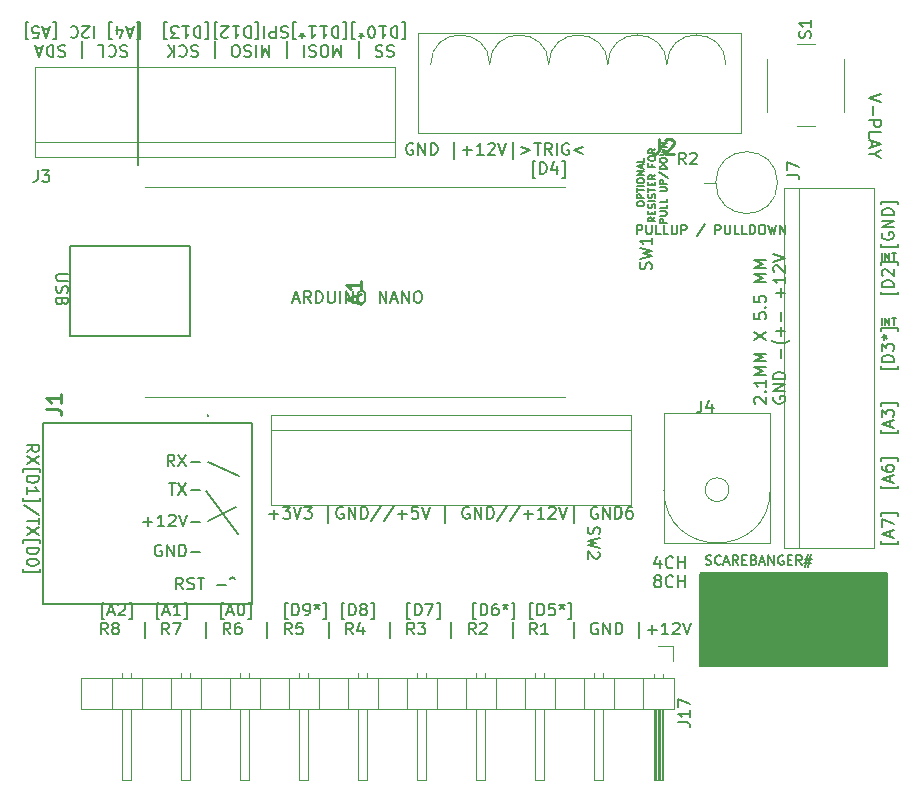
<source format=gbr>
%TF.GenerationSoftware,KiCad,Pcbnew,(6.0.7)*%
%TF.CreationDate,2022-10-05T21:28:45-05:00*%
%TF.ProjectId,ScareBanger_PCB,53636172-6542-4616-9e67-65725f504342,rev?*%
%TF.SameCoordinates,Original*%
%TF.FileFunction,Legend,Top*%
%TF.FilePolarity,Positive*%
%FSLAX46Y46*%
G04 Gerber Fmt 4.6, Leading zero omitted, Abs format (unit mm)*
G04 Created by KiCad (PCBNEW (6.0.7)) date 2022-10-05 21:28:45*
%MOMM*%
%LPD*%
G01*
G04 APERTURE LIST*
%ADD10C,0.150000*%
%ADD11C,0.254000*%
%ADD12C,0.100000*%
%ADD13C,0.120000*%
%ADD14C,0.200000*%
G04 APERTURE END LIST*
D10*
X116840000Y-105410000D02*
X106680000Y-105410000D01*
X118237000Y-126111000D02*
X120904000Y-129794000D01*
X118364000Y-123698000D02*
X121031000Y-124841000D01*
X116840000Y-113030000D02*
X116840000Y-105410000D01*
X106680000Y-105410000D02*
X106680000Y-113030000D01*
X106680000Y-113030000D02*
X116840000Y-113030000D01*
X118364000Y-128651000D02*
X120777000Y-127508000D01*
X112500000Y-98500000D02*
X112500000Y-86500000D01*
X135735833Y-96695000D02*
X135640595Y-96647380D01*
X135497738Y-96647380D01*
X135354880Y-96695000D01*
X135259642Y-96790238D01*
X135212023Y-96885476D01*
X135164404Y-97075952D01*
X135164404Y-97218809D01*
X135212023Y-97409285D01*
X135259642Y-97504523D01*
X135354880Y-97599761D01*
X135497738Y-97647380D01*
X135592976Y-97647380D01*
X135735833Y-97599761D01*
X135783452Y-97552142D01*
X135783452Y-97218809D01*
X135592976Y-97218809D01*
X136212023Y-97647380D02*
X136212023Y-96647380D01*
X136783452Y-97647380D01*
X136783452Y-96647380D01*
X137259642Y-97647380D02*
X137259642Y-96647380D01*
X137497738Y-96647380D01*
X137640595Y-96695000D01*
X137735833Y-96790238D01*
X137783452Y-96885476D01*
X137831071Y-97075952D01*
X137831071Y-97218809D01*
X137783452Y-97409285D01*
X137735833Y-97504523D01*
X137640595Y-97599761D01*
X137497738Y-97647380D01*
X137259642Y-97647380D01*
X139259642Y-97980714D02*
X139259642Y-96552142D01*
X139973928Y-97266428D02*
X140735833Y-97266428D01*
X140354880Y-97647380D02*
X140354880Y-96885476D01*
X141735833Y-97647380D02*
X141164404Y-97647380D01*
X141450119Y-97647380D02*
X141450119Y-96647380D01*
X141354880Y-96790238D01*
X141259642Y-96885476D01*
X141164404Y-96933095D01*
X142116785Y-96742619D02*
X142164404Y-96695000D01*
X142259642Y-96647380D01*
X142497738Y-96647380D01*
X142592976Y-96695000D01*
X142640595Y-96742619D01*
X142688214Y-96837857D01*
X142688214Y-96933095D01*
X142640595Y-97075952D01*
X142069166Y-97647380D01*
X142688214Y-97647380D01*
X142973928Y-96647380D02*
X143307261Y-97647380D01*
X143640595Y-96647380D01*
X144212023Y-97980714D02*
X144212023Y-96552142D01*
X144926309Y-96980714D02*
X145688214Y-97266428D01*
X144926309Y-97552142D01*
X146021547Y-96647380D02*
X146592976Y-96647380D01*
X146307261Y-97647380D02*
X146307261Y-96647380D01*
X147497738Y-97647380D02*
X147164404Y-97171190D01*
X146926309Y-97647380D02*
X146926309Y-96647380D01*
X147307261Y-96647380D01*
X147402500Y-96695000D01*
X147450119Y-96742619D01*
X147497738Y-96837857D01*
X147497738Y-96980714D01*
X147450119Y-97075952D01*
X147402500Y-97123571D01*
X147307261Y-97171190D01*
X146926309Y-97171190D01*
X147926309Y-97647380D02*
X147926309Y-96647380D01*
X148926309Y-96695000D02*
X148831071Y-96647380D01*
X148688214Y-96647380D01*
X148545357Y-96695000D01*
X148450119Y-96790238D01*
X148402500Y-96885476D01*
X148354880Y-97075952D01*
X148354880Y-97218809D01*
X148402500Y-97409285D01*
X148450119Y-97504523D01*
X148545357Y-97599761D01*
X148688214Y-97647380D01*
X148783452Y-97647380D01*
X148926309Y-97599761D01*
X148973928Y-97552142D01*
X148973928Y-97218809D01*
X148783452Y-97218809D01*
X150164404Y-96980714D02*
X149402500Y-97266428D01*
X150164404Y-97552142D01*
X146116785Y-99590714D02*
X145878690Y-99590714D01*
X145878690Y-98162142D01*
X146116785Y-98162142D01*
X146497738Y-99257380D02*
X146497738Y-98257380D01*
X146735833Y-98257380D01*
X146878690Y-98305000D01*
X146973928Y-98400238D01*
X147021547Y-98495476D01*
X147069166Y-98685952D01*
X147069166Y-98828809D01*
X147021547Y-99019285D01*
X146973928Y-99114523D01*
X146878690Y-99209761D01*
X146735833Y-99257380D01*
X146497738Y-99257380D01*
X147926309Y-98590714D02*
X147926309Y-99257380D01*
X147688214Y-98209761D02*
X147450119Y-98924047D01*
X148069166Y-98924047D01*
X148354880Y-99590714D02*
X148592976Y-99590714D01*
X148592976Y-98162142D01*
X148354880Y-98162142D01*
X112935047Y-128722428D02*
X113696952Y-128722428D01*
X113316000Y-129103380D02*
X113316000Y-128341476D01*
X114696952Y-129103380D02*
X114125523Y-129103380D01*
X114411238Y-129103380D02*
X114411238Y-128103380D01*
X114316000Y-128246238D01*
X114220761Y-128341476D01*
X114125523Y-128389095D01*
X115077904Y-128198619D02*
X115125523Y-128151000D01*
X115220761Y-128103380D01*
X115458857Y-128103380D01*
X115554095Y-128151000D01*
X115601714Y-128198619D01*
X115649333Y-128293857D01*
X115649333Y-128389095D01*
X115601714Y-128531952D01*
X115030285Y-129103380D01*
X115649333Y-129103380D01*
X115935047Y-128103380D02*
X116268380Y-129103380D01*
X116601714Y-128103380D01*
X116935047Y-128722428D02*
X117696952Y-128722428D01*
X175347619Y-92492738D02*
X174347619Y-92826071D01*
X175347619Y-93159404D01*
X174728571Y-93492738D02*
X174728571Y-94254642D01*
X174347619Y-94730833D02*
X175347619Y-94730833D01*
X175347619Y-95111785D01*
X175300000Y-95207023D01*
X175252380Y-95254642D01*
X175157142Y-95302261D01*
X175014285Y-95302261D01*
X174919047Y-95254642D01*
X174871428Y-95207023D01*
X174823809Y-95111785D01*
X174823809Y-94730833D01*
X174347619Y-96207023D02*
X174347619Y-95730833D01*
X175347619Y-95730833D01*
X174633333Y-96492738D02*
X174633333Y-96968928D01*
X174347619Y-96397500D02*
X175347619Y-96730833D01*
X174347619Y-97064166D01*
X174823809Y-97587976D02*
X174347619Y-97587976D01*
X175347619Y-97254642D02*
X174823809Y-97587976D01*
X175347619Y-97921309D01*
X156666666Y-131980714D02*
X156666666Y-132647380D01*
X156428571Y-131599761D02*
X156190476Y-132314047D01*
X156809523Y-132314047D01*
X157761904Y-132552142D02*
X157714285Y-132599761D01*
X157571428Y-132647380D01*
X157476190Y-132647380D01*
X157333333Y-132599761D01*
X157238095Y-132504523D01*
X157190476Y-132409285D01*
X157142857Y-132218809D01*
X157142857Y-132075952D01*
X157190476Y-131885476D01*
X157238095Y-131790238D01*
X157333333Y-131695000D01*
X157476190Y-131647380D01*
X157571428Y-131647380D01*
X157714285Y-131695000D01*
X157761904Y-131742619D01*
X158190476Y-132647380D02*
X158190476Y-131647380D01*
X158190476Y-132123571D02*
X158761904Y-132123571D01*
X158761904Y-132647380D02*
X158761904Y-131647380D01*
X156380952Y-133685952D02*
X156285714Y-133638333D01*
X156238095Y-133590714D01*
X156190476Y-133495476D01*
X156190476Y-133447857D01*
X156238095Y-133352619D01*
X156285714Y-133305000D01*
X156380952Y-133257380D01*
X156571428Y-133257380D01*
X156666666Y-133305000D01*
X156714285Y-133352619D01*
X156761904Y-133447857D01*
X156761904Y-133495476D01*
X156714285Y-133590714D01*
X156666666Y-133638333D01*
X156571428Y-133685952D01*
X156380952Y-133685952D01*
X156285714Y-133733571D01*
X156238095Y-133781190D01*
X156190476Y-133876428D01*
X156190476Y-134066904D01*
X156238095Y-134162142D01*
X156285714Y-134209761D01*
X156380952Y-134257380D01*
X156571428Y-134257380D01*
X156666666Y-134209761D01*
X156714285Y-134162142D01*
X156761904Y-134066904D01*
X156761904Y-133876428D01*
X156714285Y-133781190D01*
X156666666Y-133733571D01*
X156571428Y-133685952D01*
X157761904Y-134162142D02*
X157714285Y-134209761D01*
X157571428Y-134257380D01*
X157476190Y-134257380D01*
X157333333Y-134209761D01*
X157238095Y-134114523D01*
X157190476Y-134019285D01*
X157142857Y-133828809D01*
X157142857Y-133685952D01*
X157190476Y-133495476D01*
X157238095Y-133400238D01*
X157333333Y-133305000D01*
X157476190Y-133257380D01*
X157571428Y-133257380D01*
X157714285Y-133305000D01*
X157761904Y-133352619D01*
X158190476Y-134257380D02*
X158190476Y-133257380D01*
X158190476Y-133733571D02*
X158761904Y-133733571D01*
X158761904Y-134257380D02*
X158761904Y-133257380D01*
X134119047Y-88400238D02*
X133976190Y-88352619D01*
X133738095Y-88352619D01*
X133642857Y-88400238D01*
X133595238Y-88447857D01*
X133547619Y-88543095D01*
X133547619Y-88638333D01*
X133595238Y-88733571D01*
X133642857Y-88781190D01*
X133738095Y-88828809D01*
X133928571Y-88876428D01*
X134023809Y-88924047D01*
X134071428Y-88971666D01*
X134119047Y-89066904D01*
X134119047Y-89162142D01*
X134071428Y-89257380D01*
X134023809Y-89305000D01*
X133928571Y-89352619D01*
X133690476Y-89352619D01*
X133547619Y-89305000D01*
X133166666Y-88400238D02*
X133023809Y-88352619D01*
X132785714Y-88352619D01*
X132690476Y-88400238D01*
X132642857Y-88447857D01*
X132595238Y-88543095D01*
X132595238Y-88638333D01*
X132642857Y-88733571D01*
X132690476Y-88781190D01*
X132785714Y-88828809D01*
X132976190Y-88876428D01*
X133071428Y-88924047D01*
X133119047Y-88971666D01*
X133166666Y-89066904D01*
X133166666Y-89162142D01*
X133119047Y-89257380D01*
X133071428Y-89305000D01*
X132976190Y-89352619D01*
X132738095Y-89352619D01*
X132595238Y-89305000D01*
X131166666Y-88019285D02*
X131166666Y-89447857D01*
X129690476Y-88352619D02*
X129690476Y-89352619D01*
X129357142Y-88638333D01*
X129023809Y-89352619D01*
X129023809Y-88352619D01*
X128357142Y-89352619D02*
X128166666Y-89352619D01*
X128071428Y-89305000D01*
X127976190Y-89209761D01*
X127928571Y-89019285D01*
X127928571Y-88685952D01*
X127976190Y-88495476D01*
X128071428Y-88400238D01*
X128166666Y-88352619D01*
X128357142Y-88352619D01*
X128452380Y-88400238D01*
X128547619Y-88495476D01*
X128595238Y-88685952D01*
X128595238Y-89019285D01*
X128547619Y-89209761D01*
X128452380Y-89305000D01*
X128357142Y-89352619D01*
X127547619Y-88400238D02*
X127404761Y-88352619D01*
X127166666Y-88352619D01*
X127071428Y-88400238D01*
X127023809Y-88447857D01*
X126976190Y-88543095D01*
X126976190Y-88638333D01*
X127023809Y-88733571D01*
X127071428Y-88781190D01*
X127166666Y-88828809D01*
X127357142Y-88876428D01*
X127452380Y-88924047D01*
X127500000Y-88971666D01*
X127547619Y-89066904D01*
X127547619Y-89162142D01*
X127500000Y-89257380D01*
X127452380Y-89305000D01*
X127357142Y-89352619D01*
X127119047Y-89352619D01*
X126976190Y-89305000D01*
X126547619Y-88352619D02*
X126547619Y-89352619D01*
X125071428Y-88019285D02*
X125071428Y-89447857D01*
X123595238Y-88352619D02*
X123595238Y-89352619D01*
X123261904Y-88638333D01*
X122928571Y-89352619D01*
X122928571Y-88352619D01*
X122452380Y-88352619D02*
X122452380Y-89352619D01*
X122023809Y-88400238D02*
X121880952Y-88352619D01*
X121642857Y-88352619D01*
X121547619Y-88400238D01*
X121500000Y-88447857D01*
X121452380Y-88543095D01*
X121452380Y-88638333D01*
X121500000Y-88733571D01*
X121547619Y-88781190D01*
X121642857Y-88828809D01*
X121833333Y-88876428D01*
X121928571Y-88924047D01*
X121976190Y-88971666D01*
X122023809Y-89066904D01*
X122023809Y-89162142D01*
X121976190Y-89257380D01*
X121928571Y-89305000D01*
X121833333Y-89352619D01*
X121595238Y-89352619D01*
X121452380Y-89305000D01*
X120833333Y-89352619D02*
X120642857Y-89352619D01*
X120547619Y-89305000D01*
X120452380Y-89209761D01*
X120404761Y-89019285D01*
X120404761Y-88685952D01*
X120452380Y-88495476D01*
X120547619Y-88400238D01*
X120642857Y-88352619D01*
X120833333Y-88352619D01*
X120928571Y-88400238D01*
X121023809Y-88495476D01*
X121071428Y-88685952D01*
X121071428Y-89019285D01*
X121023809Y-89209761D01*
X120928571Y-89305000D01*
X120833333Y-89352619D01*
X118976190Y-88019285D02*
X118976190Y-89447857D01*
X117547619Y-88400238D02*
X117404761Y-88352619D01*
X117166666Y-88352619D01*
X117071428Y-88400238D01*
X117023809Y-88447857D01*
X116976190Y-88543095D01*
X116976190Y-88638333D01*
X117023809Y-88733571D01*
X117071428Y-88781190D01*
X117166666Y-88828809D01*
X117357142Y-88876428D01*
X117452380Y-88924047D01*
X117500000Y-88971666D01*
X117547619Y-89066904D01*
X117547619Y-89162142D01*
X117500000Y-89257380D01*
X117452380Y-89305000D01*
X117357142Y-89352619D01*
X117119047Y-89352619D01*
X116976190Y-89305000D01*
X115976190Y-88447857D02*
X116023809Y-88400238D01*
X116166666Y-88352619D01*
X116261904Y-88352619D01*
X116404761Y-88400238D01*
X116500000Y-88495476D01*
X116547619Y-88590714D01*
X116595238Y-88781190D01*
X116595238Y-88924047D01*
X116547619Y-89114523D01*
X116500000Y-89209761D01*
X116404761Y-89305000D01*
X116261904Y-89352619D01*
X116166666Y-89352619D01*
X116023809Y-89305000D01*
X115976190Y-89257380D01*
X115547619Y-88352619D02*
X115547619Y-89352619D01*
X114976190Y-88352619D02*
X115404761Y-88924047D01*
X114976190Y-89352619D02*
X115547619Y-88781190D01*
X111547619Y-88400238D02*
X111404761Y-88352619D01*
X111166666Y-88352619D01*
X111071428Y-88400238D01*
X111023809Y-88447857D01*
X110976190Y-88543095D01*
X110976190Y-88638333D01*
X111023809Y-88733571D01*
X111071428Y-88781190D01*
X111166666Y-88828809D01*
X111357142Y-88876428D01*
X111452380Y-88924047D01*
X111500000Y-88971666D01*
X111547619Y-89066904D01*
X111547619Y-89162142D01*
X111500000Y-89257380D01*
X111452380Y-89305000D01*
X111357142Y-89352619D01*
X111119047Y-89352619D01*
X110976190Y-89305000D01*
X109976190Y-88447857D02*
X110023809Y-88400238D01*
X110166666Y-88352619D01*
X110261904Y-88352619D01*
X110404761Y-88400238D01*
X110500000Y-88495476D01*
X110547619Y-88590714D01*
X110595238Y-88781190D01*
X110595238Y-88924047D01*
X110547619Y-89114523D01*
X110500000Y-89209761D01*
X110404761Y-89305000D01*
X110261904Y-89352619D01*
X110166666Y-89352619D01*
X110023809Y-89305000D01*
X109976190Y-89257380D01*
X109071428Y-88352619D02*
X109547619Y-88352619D01*
X109547619Y-89352619D01*
X107738095Y-88019285D02*
X107738095Y-89447857D01*
X106309523Y-88400238D02*
X106166666Y-88352619D01*
X105928571Y-88352619D01*
X105833333Y-88400238D01*
X105785714Y-88447857D01*
X105738095Y-88543095D01*
X105738095Y-88638333D01*
X105785714Y-88733571D01*
X105833333Y-88781190D01*
X105928571Y-88828809D01*
X106119047Y-88876428D01*
X106214285Y-88924047D01*
X106261904Y-88971666D01*
X106309523Y-89066904D01*
X106309523Y-89162142D01*
X106261904Y-89257380D01*
X106214285Y-89305000D01*
X106119047Y-89352619D01*
X105880952Y-89352619D01*
X105738095Y-89305000D01*
X105309523Y-88352619D02*
X105309523Y-89352619D01*
X105071428Y-89352619D01*
X104928571Y-89305000D01*
X104833333Y-89209761D01*
X104785714Y-89114523D01*
X104738095Y-88924047D01*
X104738095Y-88781190D01*
X104785714Y-88590714D01*
X104833333Y-88495476D01*
X104928571Y-88400238D01*
X105071428Y-88352619D01*
X105309523Y-88352619D01*
X104357142Y-88638333D02*
X103880952Y-88638333D01*
X104452380Y-88352619D02*
X104119047Y-89352619D01*
X103785714Y-88352619D01*
X134809523Y-86409285D02*
X135047619Y-86409285D01*
X135047619Y-87837857D01*
X134809523Y-87837857D01*
X134428571Y-86742619D02*
X134428571Y-87742619D01*
X134190476Y-87742619D01*
X134047619Y-87695000D01*
X133952380Y-87599761D01*
X133904761Y-87504523D01*
X133857142Y-87314047D01*
X133857142Y-87171190D01*
X133904761Y-86980714D01*
X133952380Y-86885476D01*
X134047619Y-86790238D01*
X134190476Y-86742619D01*
X134428571Y-86742619D01*
X132904761Y-86742619D02*
X133476190Y-86742619D01*
X133190476Y-86742619D02*
X133190476Y-87742619D01*
X133285714Y-87599761D01*
X133380952Y-87504523D01*
X133476190Y-87456904D01*
X132285714Y-87742619D02*
X132190476Y-87742619D01*
X132095238Y-87695000D01*
X132047619Y-87647380D01*
X132000000Y-87552142D01*
X131952380Y-87361666D01*
X131952380Y-87123571D01*
X132000000Y-86933095D01*
X132047619Y-86837857D01*
X132095238Y-86790238D01*
X132190476Y-86742619D01*
X132285714Y-86742619D01*
X132380952Y-86790238D01*
X132428571Y-86837857D01*
X132476190Y-86933095D01*
X132523809Y-87123571D01*
X132523809Y-87361666D01*
X132476190Y-87552142D01*
X132428571Y-87647380D01*
X132380952Y-87695000D01*
X132285714Y-87742619D01*
X131380952Y-87742619D02*
X131380952Y-87504523D01*
X131619047Y-87599761D02*
X131380952Y-87504523D01*
X131142857Y-87599761D01*
X131523809Y-87314047D02*
X131380952Y-87504523D01*
X131238095Y-87314047D01*
X130857142Y-86409285D02*
X130619047Y-86409285D01*
X130619047Y-87837857D01*
X130857142Y-87837857D01*
X129809523Y-86409285D02*
X130047619Y-86409285D01*
X130047619Y-87837857D01*
X129809523Y-87837857D01*
X129428571Y-86742619D02*
X129428571Y-87742619D01*
X129190476Y-87742619D01*
X129047619Y-87695000D01*
X128952380Y-87599761D01*
X128904761Y-87504523D01*
X128857142Y-87314047D01*
X128857142Y-87171190D01*
X128904761Y-86980714D01*
X128952380Y-86885476D01*
X129047619Y-86790238D01*
X129190476Y-86742619D01*
X129428571Y-86742619D01*
X127904761Y-86742619D02*
X128476190Y-86742619D01*
X128190476Y-86742619D02*
X128190476Y-87742619D01*
X128285714Y-87599761D01*
X128380952Y-87504523D01*
X128476190Y-87456904D01*
X126952380Y-86742619D02*
X127523809Y-86742619D01*
X127238095Y-86742619D02*
X127238095Y-87742619D01*
X127333333Y-87599761D01*
X127428571Y-87504523D01*
X127523809Y-87456904D01*
X126380952Y-87742619D02*
X126380952Y-87504523D01*
X126619047Y-87599761D02*
X126380952Y-87504523D01*
X126142857Y-87599761D01*
X126523809Y-87314047D02*
X126380952Y-87504523D01*
X126238095Y-87314047D01*
X125857142Y-86409285D02*
X125619047Y-86409285D01*
X125619047Y-87837857D01*
X125857142Y-87837857D01*
X125142857Y-86790238D02*
X125000000Y-86742619D01*
X124761904Y-86742619D01*
X124666666Y-86790238D01*
X124619047Y-86837857D01*
X124571428Y-86933095D01*
X124571428Y-87028333D01*
X124619047Y-87123571D01*
X124666666Y-87171190D01*
X124761904Y-87218809D01*
X124952380Y-87266428D01*
X125047619Y-87314047D01*
X125095238Y-87361666D01*
X125142857Y-87456904D01*
X125142857Y-87552142D01*
X125095238Y-87647380D01*
X125047619Y-87695000D01*
X124952380Y-87742619D01*
X124714285Y-87742619D01*
X124571428Y-87695000D01*
X124142857Y-86742619D02*
X124142857Y-87742619D01*
X123761904Y-87742619D01*
X123666666Y-87695000D01*
X123619047Y-87647380D01*
X123571428Y-87552142D01*
X123571428Y-87409285D01*
X123619047Y-87314047D01*
X123666666Y-87266428D01*
X123761904Y-87218809D01*
X124142857Y-87218809D01*
X123142857Y-86742619D02*
X123142857Y-87742619D01*
X122380952Y-86409285D02*
X122619047Y-86409285D01*
X122619047Y-87837857D01*
X122380952Y-87837857D01*
X122000000Y-86742619D02*
X122000000Y-87742619D01*
X121761904Y-87742619D01*
X121619047Y-87695000D01*
X121523809Y-87599761D01*
X121476190Y-87504523D01*
X121428571Y-87314047D01*
X121428571Y-87171190D01*
X121476190Y-86980714D01*
X121523809Y-86885476D01*
X121619047Y-86790238D01*
X121761904Y-86742619D01*
X122000000Y-86742619D01*
X120476190Y-86742619D02*
X121047619Y-86742619D01*
X120761904Y-86742619D02*
X120761904Y-87742619D01*
X120857142Y-87599761D01*
X120952380Y-87504523D01*
X121047619Y-87456904D01*
X120095238Y-87647380D02*
X120047619Y-87695000D01*
X119952380Y-87742619D01*
X119714285Y-87742619D01*
X119619047Y-87695000D01*
X119571428Y-87647380D01*
X119523809Y-87552142D01*
X119523809Y-87456904D01*
X119571428Y-87314047D01*
X120142857Y-86742619D01*
X119523809Y-86742619D01*
X119190476Y-86409285D02*
X118952380Y-86409285D01*
X118952380Y-87837857D01*
X119190476Y-87837857D01*
X118142857Y-86409285D02*
X118380952Y-86409285D01*
X118380952Y-87837857D01*
X118142857Y-87837857D01*
X117761904Y-86742619D02*
X117761904Y-87742619D01*
X117523809Y-87742619D01*
X117380952Y-87695000D01*
X117285714Y-87599761D01*
X117238095Y-87504523D01*
X117190476Y-87314047D01*
X117190476Y-87171190D01*
X117238095Y-86980714D01*
X117285714Y-86885476D01*
X117380952Y-86790238D01*
X117523809Y-86742619D01*
X117761904Y-86742619D01*
X116238095Y-86742619D02*
X116809523Y-86742619D01*
X116523809Y-86742619D02*
X116523809Y-87742619D01*
X116619047Y-87599761D01*
X116714285Y-87504523D01*
X116809523Y-87456904D01*
X115904761Y-87742619D02*
X115285714Y-87742619D01*
X115619047Y-87361666D01*
X115476190Y-87361666D01*
X115380952Y-87314047D01*
X115333333Y-87266428D01*
X115285714Y-87171190D01*
X115285714Y-86933095D01*
X115333333Y-86837857D01*
X115380952Y-86790238D01*
X115476190Y-86742619D01*
X115761904Y-86742619D01*
X115857142Y-86790238D01*
X115904761Y-86837857D01*
X114952380Y-86409285D02*
X114714285Y-86409285D01*
X114714285Y-87837857D01*
X114952380Y-87837857D01*
X112380952Y-86409285D02*
X112619047Y-86409285D01*
X112619047Y-87837857D01*
X112380952Y-87837857D01*
X112047619Y-87028333D02*
X111571428Y-87028333D01*
X112142857Y-86742619D02*
X111809523Y-87742619D01*
X111476190Y-86742619D01*
X110714285Y-87409285D02*
X110714285Y-86742619D01*
X110952380Y-87790238D02*
X111190476Y-87075952D01*
X110571428Y-87075952D01*
X110285714Y-86409285D02*
X110047619Y-86409285D01*
X110047619Y-87837857D01*
X110285714Y-87837857D01*
X108761904Y-86742619D02*
X108761904Y-87742619D01*
X108333333Y-87647380D02*
X108285714Y-87695000D01*
X108190476Y-87742619D01*
X107952380Y-87742619D01*
X107857142Y-87695000D01*
X107809523Y-87647380D01*
X107761904Y-87552142D01*
X107761904Y-87456904D01*
X107809523Y-87314047D01*
X108380952Y-86742619D01*
X107761904Y-86742619D01*
X106761904Y-86837857D02*
X106809523Y-86790238D01*
X106952380Y-86742619D01*
X107047619Y-86742619D01*
X107190476Y-86790238D01*
X107285714Y-86885476D01*
X107333333Y-86980714D01*
X107380952Y-87171190D01*
X107380952Y-87314047D01*
X107333333Y-87504523D01*
X107285714Y-87599761D01*
X107190476Y-87695000D01*
X107047619Y-87742619D01*
X106952380Y-87742619D01*
X106809523Y-87695000D01*
X106761904Y-87647380D01*
X105285714Y-86409285D02*
X105523809Y-86409285D01*
X105523809Y-87837857D01*
X105285714Y-87837857D01*
X104952380Y-87028333D02*
X104476190Y-87028333D01*
X105047619Y-86742619D02*
X104714285Y-87742619D01*
X104380952Y-86742619D01*
X103571428Y-87742619D02*
X104047619Y-87742619D01*
X104095238Y-87266428D01*
X104047619Y-87314047D01*
X103952380Y-87361666D01*
X103714285Y-87361666D01*
X103619047Y-87314047D01*
X103571428Y-87266428D01*
X103523809Y-87171190D01*
X103523809Y-86933095D01*
X103571428Y-86837857D01*
X103619047Y-86790238D01*
X103714285Y-86742619D01*
X103952380Y-86742619D01*
X104047619Y-86790238D01*
X104095238Y-86837857D01*
X103190476Y-86409285D02*
X102952380Y-86409285D01*
X102952380Y-87837857D01*
X103190476Y-87837857D01*
X115546285Y-124023380D02*
X115212952Y-123547190D01*
X114974857Y-124023380D02*
X114974857Y-123023380D01*
X115355809Y-123023380D01*
X115451047Y-123071000D01*
X115498666Y-123118619D01*
X115546285Y-123213857D01*
X115546285Y-123356714D01*
X115498666Y-123451952D01*
X115451047Y-123499571D01*
X115355809Y-123547190D01*
X114974857Y-123547190D01*
X115879619Y-123023380D02*
X116546285Y-124023380D01*
X116546285Y-123023380D02*
X115879619Y-124023380D01*
X116927238Y-123642428D02*
X117689142Y-123642428D01*
X176785714Y-130318690D02*
X176785714Y-130556785D01*
X175357142Y-130556785D01*
X175357142Y-130318690D01*
X176166666Y-129985357D02*
X176166666Y-129509166D01*
X176452380Y-130080595D02*
X175452380Y-129747261D01*
X176452380Y-129413928D01*
X175452380Y-129175833D02*
X175452380Y-128509166D01*
X176452380Y-128937738D01*
X176785714Y-128223452D02*
X176785714Y-127985357D01*
X175357142Y-127985357D01*
X175357142Y-128223452D01*
X176785714Y-125652023D02*
X176785714Y-125890119D01*
X175357142Y-125890119D01*
X175357142Y-125652023D01*
X176166666Y-125318690D02*
X176166666Y-124842500D01*
X176452380Y-125413928D02*
X175452380Y-125080595D01*
X176452380Y-124747261D01*
X175452380Y-123985357D02*
X175452380Y-124175833D01*
X175500000Y-124271071D01*
X175547619Y-124318690D01*
X175690476Y-124413928D01*
X175880952Y-124461547D01*
X176261904Y-124461547D01*
X176357142Y-124413928D01*
X176404761Y-124366309D01*
X176452380Y-124271071D01*
X176452380Y-124080595D01*
X176404761Y-123985357D01*
X176357142Y-123937738D01*
X176261904Y-123890119D01*
X176023809Y-123890119D01*
X175928571Y-123937738D01*
X175880952Y-123985357D01*
X175833333Y-124080595D01*
X175833333Y-124271071D01*
X175880952Y-124366309D01*
X175928571Y-124413928D01*
X176023809Y-124461547D01*
X176785714Y-123556785D02*
X176785714Y-123318690D01*
X175357142Y-123318690D01*
X175357142Y-123556785D01*
X176785714Y-120985357D02*
X176785714Y-121223452D01*
X175357142Y-121223452D01*
X175357142Y-120985357D01*
X176166666Y-120652023D02*
X176166666Y-120175833D01*
X176452380Y-120747261D02*
X175452380Y-120413928D01*
X176452380Y-120080595D01*
X175452380Y-119842500D02*
X175452380Y-119223452D01*
X175833333Y-119556785D01*
X175833333Y-119413928D01*
X175880952Y-119318690D01*
X175928571Y-119271071D01*
X176023809Y-119223452D01*
X176261904Y-119223452D01*
X176357142Y-119271071D01*
X176404761Y-119318690D01*
X176452380Y-119413928D01*
X176452380Y-119699642D01*
X176404761Y-119794880D01*
X176357142Y-119842500D01*
X176785714Y-118890119D02*
X176785714Y-118652023D01*
X175357142Y-118652023D01*
X175357142Y-118890119D01*
X176785714Y-115556785D02*
X176785714Y-115794880D01*
X175357142Y-115794880D01*
X175357142Y-115556785D01*
X176452380Y-115175833D02*
X175452380Y-115175833D01*
X175452380Y-114937738D01*
X175500000Y-114794880D01*
X175595238Y-114699642D01*
X175690476Y-114652023D01*
X175880952Y-114604404D01*
X176023809Y-114604404D01*
X176214285Y-114652023D01*
X176309523Y-114699642D01*
X176404761Y-114794880D01*
X176452380Y-114937738D01*
X176452380Y-115175833D01*
X175452380Y-114271071D02*
X175452380Y-113652023D01*
X175833333Y-113985357D01*
X175833333Y-113842500D01*
X175880952Y-113747261D01*
X175928571Y-113699642D01*
X176023809Y-113652023D01*
X176261904Y-113652023D01*
X176357142Y-113699642D01*
X176404761Y-113747261D01*
X176452380Y-113842500D01*
X176452380Y-114128214D01*
X176404761Y-114223452D01*
X176357142Y-114271071D01*
X175452380Y-113080595D02*
X175690476Y-113080595D01*
X175595238Y-113318690D02*
X175690476Y-113080595D01*
X175595238Y-112842500D01*
X175880952Y-113223452D02*
X175690476Y-113080595D01*
X175880952Y-112937738D01*
X176785714Y-112556785D02*
X176785714Y-112318690D01*
X175357142Y-112318690D01*
X175357142Y-112556785D01*
X176785714Y-109223452D02*
X176785714Y-109461547D01*
X175357142Y-109461547D01*
X175357142Y-109223452D01*
X176452380Y-108842500D02*
X175452380Y-108842500D01*
X175452380Y-108604404D01*
X175500000Y-108461547D01*
X175595238Y-108366309D01*
X175690476Y-108318690D01*
X175880952Y-108271071D01*
X176023809Y-108271071D01*
X176214285Y-108318690D01*
X176309523Y-108366309D01*
X176404761Y-108461547D01*
X176452380Y-108604404D01*
X176452380Y-108842500D01*
X175547619Y-107890119D02*
X175500000Y-107842500D01*
X175452380Y-107747261D01*
X175452380Y-107509166D01*
X175500000Y-107413928D01*
X175547619Y-107366309D01*
X175642857Y-107318690D01*
X175738095Y-107318690D01*
X175880952Y-107366309D01*
X176452380Y-107937738D01*
X176452380Y-107318690D01*
X176785714Y-106985357D02*
X176785714Y-106747261D01*
X175357142Y-106747261D01*
X175357142Y-106985357D01*
X176785714Y-105175833D02*
X176785714Y-105413928D01*
X175357142Y-105413928D01*
X175357142Y-105175833D01*
X175500000Y-104271071D02*
X175452380Y-104366309D01*
X175452380Y-104509166D01*
X175500000Y-104652023D01*
X175595238Y-104747261D01*
X175690476Y-104794880D01*
X175880952Y-104842500D01*
X176023809Y-104842500D01*
X176214285Y-104794880D01*
X176309523Y-104747261D01*
X176404761Y-104652023D01*
X176452380Y-104509166D01*
X176452380Y-104413928D01*
X176404761Y-104271071D01*
X176357142Y-104223452D01*
X176023809Y-104223452D01*
X176023809Y-104413928D01*
X176452380Y-103794880D02*
X175452380Y-103794880D01*
X176452380Y-103223452D01*
X175452380Y-103223452D01*
X176452380Y-102747261D02*
X175452380Y-102747261D01*
X175452380Y-102509166D01*
X175500000Y-102366309D01*
X175595238Y-102271071D01*
X175690476Y-102223452D01*
X175880952Y-102175833D01*
X176023809Y-102175833D01*
X176214285Y-102223452D01*
X176309523Y-102271071D01*
X176404761Y-102366309D01*
X176452380Y-102509166D01*
X176452380Y-102747261D01*
X176785714Y-101842500D02*
X176785714Y-101604404D01*
X175357142Y-101604404D01*
X175357142Y-101842500D01*
X154714285Y-104361904D02*
X154714285Y-103561904D01*
X155019047Y-103561904D01*
X155095238Y-103600000D01*
X155133333Y-103638095D01*
X155171428Y-103714285D01*
X155171428Y-103828571D01*
X155133333Y-103904761D01*
X155095238Y-103942857D01*
X155019047Y-103980952D01*
X154714285Y-103980952D01*
X155514285Y-103561904D02*
X155514285Y-104209523D01*
X155552380Y-104285714D01*
X155590476Y-104323809D01*
X155666666Y-104361904D01*
X155819047Y-104361904D01*
X155895238Y-104323809D01*
X155933333Y-104285714D01*
X155971428Y-104209523D01*
X155971428Y-103561904D01*
X156733333Y-104361904D02*
X156352380Y-104361904D01*
X156352380Y-103561904D01*
X157380952Y-104361904D02*
X157000000Y-104361904D01*
X157000000Y-103561904D01*
X157647619Y-103561904D02*
X157647619Y-104209523D01*
X157685714Y-104285714D01*
X157723809Y-104323809D01*
X157800000Y-104361904D01*
X157952380Y-104361904D01*
X158028571Y-104323809D01*
X158066666Y-104285714D01*
X158104761Y-104209523D01*
X158104761Y-103561904D01*
X158485714Y-104361904D02*
X158485714Y-103561904D01*
X158790476Y-103561904D01*
X158866666Y-103600000D01*
X158904761Y-103638095D01*
X158942857Y-103714285D01*
X158942857Y-103828571D01*
X158904761Y-103904761D01*
X158866666Y-103942857D01*
X158790476Y-103980952D01*
X158485714Y-103980952D01*
X160466666Y-103523809D02*
X159780952Y-104552380D01*
X161342857Y-104361904D02*
X161342857Y-103561904D01*
X161647619Y-103561904D01*
X161723809Y-103600000D01*
X161761904Y-103638095D01*
X161800000Y-103714285D01*
X161800000Y-103828571D01*
X161761904Y-103904761D01*
X161723809Y-103942857D01*
X161647619Y-103980952D01*
X161342857Y-103980952D01*
X162142857Y-103561904D02*
X162142857Y-104209523D01*
X162180952Y-104285714D01*
X162219047Y-104323809D01*
X162295238Y-104361904D01*
X162447619Y-104361904D01*
X162523809Y-104323809D01*
X162561904Y-104285714D01*
X162600000Y-104209523D01*
X162600000Y-103561904D01*
X163361904Y-104361904D02*
X162980952Y-104361904D01*
X162980952Y-103561904D01*
X164009523Y-104361904D02*
X163628571Y-104361904D01*
X163628571Y-103561904D01*
X164276190Y-104361904D02*
X164276190Y-103561904D01*
X164466666Y-103561904D01*
X164580952Y-103600000D01*
X164657142Y-103676190D01*
X164695238Y-103752380D01*
X164733333Y-103904761D01*
X164733333Y-104019047D01*
X164695238Y-104171428D01*
X164657142Y-104247619D01*
X164580952Y-104323809D01*
X164466666Y-104361904D01*
X164276190Y-104361904D01*
X165228571Y-103561904D02*
X165380952Y-103561904D01*
X165457142Y-103600000D01*
X165533333Y-103676190D01*
X165571428Y-103828571D01*
X165571428Y-104095238D01*
X165533333Y-104247619D01*
X165457142Y-104323809D01*
X165380952Y-104361904D01*
X165228571Y-104361904D01*
X165152380Y-104323809D01*
X165076190Y-104247619D01*
X165038095Y-104095238D01*
X165038095Y-103828571D01*
X165076190Y-103676190D01*
X165152380Y-103600000D01*
X165228571Y-103561904D01*
X165838095Y-103561904D02*
X166028571Y-104361904D01*
X166180952Y-103790476D01*
X166333333Y-104361904D01*
X166523809Y-103561904D01*
X166828571Y-104361904D02*
X166828571Y-103561904D01*
X167285714Y-104361904D01*
X167285714Y-103561904D01*
X106547619Y-107738095D02*
X105738095Y-107738095D01*
X105642857Y-107785714D01*
X105595238Y-107833333D01*
X105547619Y-107928571D01*
X105547619Y-108119047D01*
X105595238Y-108214285D01*
X105642857Y-108261904D01*
X105738095Y-108309523D01*
X106547619Y-108309523D01*
X105595238Y-108738095D02*
X105547619Y-108880952D01*
X105547619Y-109119047D01*
X105595238Y-109214285D01*
X105642857Y-109261904D01*
X105738095Y-109309523D01*
X105833333Y-109309523D01*
X105928571Y-109261904D01*
X105976190Y-109214285D01*
X106023809Y-109119047D01*
X106071428Y-108928571D01*
X106119047Y-108833333D01*
X106166666Y-108785714D01*
X106261904Y-108738095D01*
X106357142Y-108738095D01*
X106452380Y-108785714D01*
X106500000Y-108833333D01*
X106547619Y-108928571D01*
X106547619Y-109166666D01*
X106500000Y-109309523D01*
X106071428Y-110071428D02*
X106023809Y-110214285D01*
X105976190Y-110261904D01*
X105880952Y-110309523D01*
X105738095Y-110309523D01*
X105642857Y-110261904D01*
X105595238Y-110214285D01*
X105547619Y-110119047D01*
X105547619Y-109738095D01*
X106547619Y-109738095D01*
X106547619Y-110071428D01*
X106500000Y-110166666D01*
X106452380Y-110214285D01*
X106357142Y-110261904D01*
X106261904Y-110261904D01*
X106166666Y-110214285D01*
X106119047Y-110166666D01*
X106071428Y-110071428D01*
X106071428Y-109738095D01*
X164742619Y-118712023D02*
X164695000Y-118664404D01*
X164647380Y-118569166D01*
X164647380Y-118331071D01*
X164695000Y-118235833D01*
X164742619Y-118188214D01*
X164837857Y-118140595D01*
X164933095Y-118140595D01*
X165075952Y-118188214D01*
X165647380Y-118759642D01*
X165647380Y-118140595D01*
X165552142Y-117712023D02*
X165599761Y-117664404D01*
X165647380Y-117712023D01*
X165599761Y-117759642D01*
X165552142Y-117712023D01*
X165647380Y-117712023D01*
X165647380Y-116712023D02*
X165647380Y-117283452D01*
X165647380Y-116997738D02*
X164647380Y-116997738D01*
X164790238Y-117092976D01*
X164885476Y-117188214D01*
X164933095Y-117283452D01*
X165647380Y-116283452D02*
X164647380Y-116283452D01*
X165361666Y-115950119D01*
X164647380Y-115616785D01*
X165647380Y-115616785D01*
X165647380Y-115140595D02*
X164647380Y-115140595D01*
X165361666Y-114807261D01*
X164647380Y-114473928D01*
X165647380Y-114473928D01*
X164647380Y-113331071D02*
X165647380Y-112664404D01*
X164647380Y-112664404D02*
X165647380Y-113331071D01*
X164647380Y-111045357D02*
X164647380Y-111521547D01*
X165123571Y-111569166D01*
X165075952Y-111521547D01*
X165028333Y-111426309D01*
X165028333Y-111188214D01*
X165075952Y-111092976D01*
X165123571Y-111045357D01*
X165218809Y-110997738D01*
X165456904Y-110997738D01*
X165552142Y-111045357D01*
X165599761Y-111092976D01*
X165647380Y-111188214D01*
X165647380Y-111426309D01*
X165599761Y-111521547D01*
X165552142Y-111569166D01*
X165552142Y-110569166D02*
X165599761Y-110521547D01*
X165647380Y-110569166D01*
X165599761Y-110616785D01*
X165552142Y-110569166D01*
X165647380Y-110569166D01*
X164647380Y-109616785D02*
X164647380Y-110092976D01*
X165123571Y-110140595D01*
X165075952Y-110092976D01*
X165028333Y-109997738D01*
X165028333Y-109759642D01*
X165075952Y-109664404D01*
X165123571Y-109616785D01*
X165218809Y-109569166D01*
X165456904Y-109569166D01*
X165552142Y-109616785D01*
X165599761Y-109664404D01*
X165647380Y-109759642D01*
X165647380Y-109997738D01*
X165599761Y-110092976D01*
X165552142Y-110140595D01*
X165647380Y-108378690D02*
X164647380Y-108378690D01*
X165361666Y-108045357D01*
X164647380Y-107712023D01*
X165647380Y-107712023D01*
X165647380Y-107235833D02*
X164647380Y-107235833D01*
X165361666Y-106902500D01*
X164647380Y-106569166D01*
X165647380Y-106569166D01*
X166305000Y-118140595D02*
X166257380Y-118235833D01*
X166257380Y-118378690D01*
X166305000Y-118521547D01*
X166400238Y-118616785D01*
X166495476Y-118664404D01*
X166685952Y-118712023D01*
X166828809Y-118712023D01*
X167019285Y-118664404D01*
X167114523Y-118616785D01*
X167209761Y-118521547D01*
X167257380Y-118378690D01*
X167257380Y-118283452D01*
X167209761Y-118140595D01*
X167162142Y-118092976D01*
X166828809Y-118092976D01*
X166828809Y-118283452D01*
X167257380Y-117664404D02*
X166257380Y-117664404D01*
X167257380Y-117092976D01*
X166257380Y-117092976D01*
X167257380Y-116616785D02*
X166257380Y-116616785D01*
X166257380Y-116378690D01*
X166305000Y-116235833D01*
X166400238Y-116140595D01*
X166495476Y-116092976D01*
X166685952Y-116045357D01*
X166828809Y-116045357D01*
X167019285Y-116092976D01*
X167114523Y-116140595D01*
X167209761Y-116235833D01*
X167257380Y-116378690D01*
X167257380Y-116616785D01*
X166876428Y-114854880D02*
X166876428Y-114092976D01*
X167638333Y-113331071D02*
X167590714Y-113378690D01*
X167447857Y-113473928D01*
X167352619Y-113521547D01*
X167209761Y-113569166D01*
X166971666Y-113616785D01*
X166781190Y-113616785D01*
X166543095Y-113569166D01*
X166400238Y-113521547D01*
X166305000Y-113473928D01*
X166162142Y-113378690D01*
X166114523Y-113331071D01*
X166876428Y-112950119D02*
X166876428Y-112188214D01*
X167257380Y-112569166D02*
X166495476Y-112569166D01*
X166876428Y-111712023D02*
X166876428Y-110950119D01*
X166876428Y-109712023D02*
X166876428Y-108950119D01*
X167257380Y-109331071D02*
X166495476Y-109331071D01*
X167257380Y-107950119D02*
X167257380Y-108521547D01*
X167257380Y-108235833D02*
X166257380Y-108235833D01*
X166400238Y-108331071D01*
X166495476Y-108426309D01*
X166543095Y-108521547D01*
X166352619Y-107569166D02*
X166305000Y-107521547D01*
X166257380Y-107426309D01*
X166257380Y-107188214D01*
X166305000Y-107092976D01*
X166352619Y-107045357D01*
X166447857Y-106997738D01*
X166543095Y-106997738D01*
X166685952Y-107045357D01*
X167257380Y-107616785D01*
X167257380Y-106997738D01*
X166257380Y-106712023D02*
X167257380Y-106378690D01*
X166257380Y-106045357D01*
X116276666Y-134437380D02*
X115943333Y-133961190D01*
X115705238Y-134437380D02*
X115705238Y-133437380D01*
X116086190Y-133437380D01*
X116181428Y-133485000D01*
X116229047Y-133532619D01*
X116276666Y-133627857D01*
X116276666Y-133770714D01*
X116229047Y-133865952D01*
X116181428Y-133913571D01*
X116086190Y-133961190D01*
X115705238Y-133961190D01*
X116657619Y-134389761D02*
X116800476Y-134437380D01*
X117038571Y-134437380D01*
X117133809Y-134389761D01*
X117181428Y-134342142D01*
X117229047Y-134246904D01*
X117229047Y-134151666D01*
X117181428Y-134056428D01*
X117133809Y-134008809D01*
X117038571Y-133961190D01*
X116848095Y-133913571D01*
X116752857Y-133865952D01*
X116705238Y-133818333D01*
X116657619Y-133723095D01*
X116657619Y-133627857D01*
X116705238Y-133532619D01*
X116752857Y-133485000D01*
X116848095Y-133437380D01*
X117086190Y-133437380D01*
X117229047Y-133485000D01*
X117514761Y-133437380D02*
X118086190Y-133437380D01*
X117800476Y-134437380D02*
X117800476Y-133437380D01*
X119181428Y-134056428D02*
X119943333Y-134056428D01*
X120276666Y-133532619D02*
X120467142Y-133389761D01*
X120657619Y-133532619D01*
X114443047Y-130691000D02*
X114347809Y-130643380D01*
X114204952Y-130643380D01*
X114062095Y-130691000D01*
X113966857Y-130786238D01*
X113919238Y-130881476D01*
X113871619Y-131071952D01*
X113871619Y-131214809D01*
X113919238Y-131405285D01*
X113966857Y-131500523D01*
X114062095Y-131595761D01*
X114204952Y-131643380D01*
X114300190Y-131643380D01*
X114443047Y-131595761D01*
X114490666Y-131548142D01*
X114490666Y-131214809D01*
X114300190Y-131214809D01*
X114919238Y-131643380D02*
X114919238Y-130643380D01*
X115490666Y-131643380D01*
X115490666Y-130643380D01*
X115966857Y-131643380D02*
X115966857Y-130643380D01*
X116204952Y-130643380D01*
X116347809Y-130691000D01*
X116443047Y-130786238D01*
X116490666Y-130881476D01*
X116538285Y-131071952D01*
X116538285Y-131214809D01*
X116490666Y-131405285D01*
X116443047Y-131500523D01*
X116347809Y-131595761D01*
X116204952Y-131643380D01*
X115966857Y-131643380D01*
X116966857Y-131262428D02*
X117728761Y-131262428D01*
X115078047Y-125436380D02*
X115649476Y-125436380D01*
X115363761Y-126436380D02*
X115363761Y-125436380D01*
X115887571Y-125436380D02*
X116554238Y-126436380D01*
X116554238Y-125436380D02*
X115887571Y-126436380D01*
X116935190Y-126055428D02*
X117697095Y-126055428D01*
X109621309Y-136980714D02*
X109383214Y-136980714D01*
X109383214Y-135552142D01*
X109621309Y-135552142D01*
X109954642Y-136361666D02*
X110430833Y-136361666D01*
X109859404Y-136647380D02*
X110192738Y-135647380D01*
X110526071Y-136647380D01*
X110811785Y-135742619D02*
X110859404Y-135695000D01*
X110954642Y-135647380D01*
X111192738Y-135647380D01*
X111287976Y-135695000D01*
X111335595Y-135742619D01*
X111383214Y-135837857D01*
X111383214Y-135933095D01*
X111335595Y-136075952D01*
X110764166Y-136647380D01*
X111383214Y-136647380D01*
X111716547Y-136980714D02*
X111954642Y-136980714D01*
X111954642Y-135552142D01*
X111716547Y-135552142D01*
X114287976Y-136980714D02*
X114049880Y-136980714D01*
X114049880Y-135552142D01*
X114287976Y-135552142D01*
X114621309Y-136361666D02*
X115097500Y-136361666D01*
X114526071Y-136647380D02*
X114859404Y-135647380D01*
X115192738Y-136647380D01*
X116049880Y-136647380D02*
X115478452Y-136647380D01*
X115764166Y-136647380D02*
X115764166Y-135647380D01*
X115668928Y-135790238D01*
X115573690Y-135885476D01*
X115478452Y-135933095D01*
X116383214Y-136980714D02*
X116621309Y-136980714D01*
X116621309Y-135552142D01*
X116383214Y-135552142D01*
X119716547Y-136980714D02*
X119478452Y-136980714D01*
X119478452Y-135552142D01*
X119716547Y-135552142D01*
X120049880Y-136361666D02*
X120526071Y-136361666D01*
X119954642Y-136647380D02*
X120287976Y-135647380D01*
X120621309Y-136647380D01*
X121145119Y-135647380D02*
X121240357Y-135647380D01*
X121335595Y-135695000D01*
X121383214Y-135742619D01*
X121430833Y-135837857D01*
X121478452Y-136028333D01*
X121478452Y-136266428D01*
X121430833Y-136456904D01*
X121383214Y-136552142D01*
X121335595Y-136599761D01*
X121240357Y-136647380D01*
X121145119Y-136647380D01*
X121049880Y-136599761D01*
X121002261Y-136552142D01*
X120954642Y-136456904D01*
X120907023Y-136266428D01*
X120907023Y-136028333D01*
X120954642Y-135837857D01*
X121002261Y-135742619D01*
X121049880Y-135695000D01*
X121145119Y-135647380D01*
X121811785Y-136980714D02*
X122049880Y-136980714D01*
X122049880Y-135552142D01*
X121811785Y-135552142D01*
X125145119Y-136980714D02*
X124907023Y-136980714D01*
X124907023Y-135552142D01*
X125145119Y-135552142D01*
X125526071Y-136647380D02*
X125526071Y-135647380D01*
X125764166Y-135647380D01*
X125907023Y-135695000D01*
X126002261Y-135790238D01*
X126049880Y-135885476D01*
X126097500Y-136075952D01*
X126097500Y-136218809D01*
X126049880Y-136409285D01*
X126002261Y-136504523D01*
X125907023Y-136599761D01*
X125764166Y-136647380D01*
X125526071Y-136647380D01*
X126573690Y-136647380D02*
X126764166Y-136647380D01*
X126859404Y-136599761D01*
X126907023Y-136552142D01*
X127002261Y-136409285D01*
X127049880Y-136218809D01*
X127049880Y-135837857D01*
X127002261Y-135742619D01*
X126954642Y-135695000D01*
X126859404Y-135647380D01*
X126668928Y-135647380D01*
X126573690Y-135695000D01*
X126526071Y-135742619D01*
X126478452Y-135837857D01*
X126478452Y-136075952D01*
X126526071Y-136171190D01*
X126573690Y-136218809D01*
X126668928Y-136266428D01*
X126859404Y-136266428D01*
X126954642Y-136218809D01*
X127002261Y-136171190D01*
X127049880Y-136075952D01*
X127621309Y-135647380D02*
X127621309Y-135885476D01*
X127383214Y-135790238D02*
X127621309Y-135885476D01*
X127859404Y-135790238D01*
X127478452Y-136075952D02*
X127621309Y-135885476D01*
X127764166Y-136075952D01*
X128145119Y-136980714D02*
X128383214Y-136980714D01*
X128383214Y-135552142D01*
X128145119Y-135552142D01*
X129954642Y-136980714D02*
X129716547Y-136980714D01*
X129716547Y-135552142D01*
X129954642Y-135552142D01*
X130335595Y-136647380D02*
X130335595Y-135647380D01*
X130573690Y-135647380D01*
X130716547Y-135695000D01*
X130811785Y-135790238D01*
X130859404Y-135885476D01*
X130907023Y-136075952D01*
X130907023Y-136218809D01*
X130859404Y-136409285D01*
X130811785Y-136504523D01*
X130716547Y-136599761D01*
X130573690Y-136647380D01*
X130335595Y-136647380D01*
X131478452Y-136075952D02*
X131383214Y-136028333D01*
X131335595Y-135980714D01*
X131287976Y-135885476D01*
X131287976Y-135837857D01*
X131335595Y-135742619D01*
X131383214Y-135695000D01*
X131478452Y-135647380D01*
X131668928Y-135647380D01*
X131764166Y-135695000D01*
X131811785Y-135742619D01*
X131859404Y-135837857D01*
X131859404Y-135885476D01*
X131811785Y-135980714D01*
X131764166Y-136028333D01*
X131668928Y-136075952D01*
X131478452Y-136075952D01*
X131383214Y-136123571D01*
X131335595Y-136171190D01*
X131287976Y-136266428D01*
X131287976Y-136456904D01*
X131335595Y-136552142D01*
X131383214Y-136599761D01*
X131478452Y-136647380D01*
X131668928Y-136647380D01*
X131764166Y-136599761D01*
X131811785Y-136552142D01*
X131859404Y-136456904D01*
X131859404Y-136266428D01*
X131811785Y-136171190D01*
X131764166Y-136123571D01*
X131668928Y-136075952D01*
X132192738Y-136980714D02*
X132430833Y-136980714D01*
X132430833Y-135552142D01*
X132192738Y-135552142D01*
X135526071Y-136980714D02*
X135287976Y-136980714D01*
X135287976Y-135552142D01*
X135526071Y-135552142D01*
X135907023Y-136647380D02*
X135907023Y-135647380D01*
X136145119Y-135647380D01*
X136287976Y-135695000D01*
X136383214Y-135790238D01*
X136430833Y-135885476D01*
X136478452Y-136075952D01*
X136478452Y-136218809D01*
X136430833Y-136409285D01*
X136383214Y-136504523D01*
X136287976Y-136599761D01*
X136145119Y-136647380D01*
X135907023Y-136647380D01*
X136811785Y-135647380D02*
X137478452Y-135647380D01*
X137049880Y-136647380D01*
X137764166Y-136980714D02*
X138002261Y-136980714D01*
X138002261Y-135552142D01*
X137764166Y-135552142D01*
X141097500Y-136980714D02*
X140859404Y-136980714D01*
X140859404Y-135552142D01*
X141097500Y-135552142D01*
X141478452Y-136647380D02*
X141478452Y-135647380D01*
X141716547Y-135647380D01*
X141859404Y-135695000D01*
X141954642Y-135790238D01*
X142002261Y-135885476D01*
X142049880Y-136075952D01*
X142049880Y-136218809D01*
X142002261Y-136409285D01*
X141954642Y-136504523D01*
X141859404Y-136599761D01*
X141716547Y-136647380D01*
X141478452Y-136647380D01*
X142907023Y-135647380D02*
X142716547Y-135647380D01*
X142621309Y-135695000D01*
X142573690Y-135742619D01*
X142478452Y-135885476D01*
X142430833Y-136075952D01*
X142430833Y-136456904D01*
X142478452Y-136552142D01*
X142526071Y-136599761D01*
X142621309Y-136647380D01*
X142811785Y-136647380D01*
X142907023Y-136599761D01*
X142954642Y-136552142D01*
X143002261Y-136456904D01*
X143002261Y-136218809D01*
X142954642Y-136123571D01*
X142907023Y-136075952D01*
X142811785Y-136028333D01*
X142621309Y-136028333D01*
X142526071Y-136075952D01*
X142478452Y-136123571D01*
X142430833Y-136218809D01*
X143573690Y-135647380D02*
X143573690Y-135885476D01*
X143335595Y-135790238D02*
X143573690Y-135885476D01*
X143811785Y-135790238D01*
X143430833Y-136075952D02*
X143573690Y-135885476D01*
X143716547Y-136075952D01*
X144097500Y-136980714D02*
X144335595Y-136980714D01*
X144335595Y-135552142D01*
X144097500Y-135552142D01*
X145907023Y-136980714D02*
X145668928Y-136980714D01*
X145668928Y-135552142D01*
X145907023Y-135552142D01*
X146287976Y-136647380D02*
X146287976Y-135647380D01*
X146526071Y-135647380D01*
X146668928Y-135695000D01*
X146764166Y-135790238D01*
X146811785Y-135885476D01*
X146859404Y-136075952D01*
X146859404Y-136218809D01*
X146811785Y-136409285D01*
X146764166Y-136504523D01*
X146668928Y-136599761D01*
X146526071Y-136647380D01*
X146287976Y-136647380D01*
X147764166Y-135647380D02*
X147287976Y-135647380D01*
X147240357Y-136123571D01*
X147287976Y-136075952D01*
X147383214Y-136028333D01*
X147621309Y-136028333D01*
X147716547Y-136075952D01*
X147764166Y-136123571D01*
X147811785Y-136218809D01*
X147811785Y-136456904D01*
X147764166Y-136552142D01*
X147716547Y-136599761D01*
X147621309Y-136647380D01*
X147383214Y-136647380D01*
X147287976Y-136599761D01*
X147240357Y-136552142D01*
X148383214Y-135647380D02*
X148383214Y-135885476D01*
X148145119Y-135790238D02*
X148383214Y-135885476D01*
X148621309Y-135790238D01*
X148240357Y-136075952D02*
X148383214Y-135885476D01*
X148526071Y-136075952D01*
X148907023Y-136980714D02*
X149145119Y-136980714D01*
X149145119Y-135552142D01*
X148907023Y-135552142D01*
X109907023Y-138257380D02*
X109573690Y-137781190D01*
X109335595Y-138257380D02*
X109335595Y-137257380D01*
X109716547Y-137257380D01*
X109811785Y-137305000D01*
X109859404Y-137352619D01*
X109907023Y-137447857D01*
X109907023Y-137590714D01*
X109859404Y-137685952D01*
X109811785Y-137733571D01*
X109716547Y-137781190D01*
X109335595Y-137781190D01*
X110478452Y-137685952D02*
X110383214Y-137638333D01*
X110335595Y-137590714D01*
X110287976Y-137495476D01*
X110287976Y-137447857D01*
X110335595Y-137352619D01*
X110383214Y-137305000D01*
X110478452Y-137257380D01*
X110668928Y-137257380D01*
X110764166Y-137305000D01*
X110811785Y-137352619D01*
X110859404Y-137447857D01*
X110859404Y-137495476D01*
X110811785Y-137590714D01*
X110764166Y-137638333D01*
X110668928Y-137685952D01*
X110478452Y-137685952D01*
X110383214Y-137733571D01*
X110335595Y-137781190D01*
X110287976Y-137876428D01*
X110287976Y-138066904D01*
X110335595Y-138162142D01*
X110383214Y-138209761D01*
X110478452Y-138257380D01*
X110668928Y-138257380D01*
X110764166Y-138209761D01*
X110811785Y-138162142D01*
X110859404Y-138066904D01*
X110859404Y-137876428D01*
X110811785Y-137781190D01*
X110764166Y-137733571D01*
X110668928Y-137685952D01*
X113049880Y-138590714D02*
X113049880Y-137162142D01*
X115097500Y-138257380D02*
X114764166Y-137781190D01*
X114526071Y-138257380D02*
X114526071Y-137257380D01*
X114907023Y-137257380D01*
X115002261Y-137305000D01*
X115049880Y-137352619D01*
X115097500Y-137447857D01*
X115097500Y-137590714D01*
X115049880Y-137685952D01*
X115002261Y-137733571D01*
X114907023Y-137781190D01*
X114526071Y-137781190D01*
X115430833Y-137257380D02*
X116097500Y-137257380D01*
X115668928Y-138257380D01*
X118240357Y-138590714D02*
X118240357Y-137162142D01*
X120287976Y-138257380D02*
X119954642Y-137781190D01*
X119716547Y-138257380D02*
X119716547Y-137257380D01*
X120097500Y-137257380D01*
X120192738Y-137305000D01*
X120240357Y-137352619D01*
X120287976Y-137447857D01*
X120287976Y-137590714D01*
X120240357Y-137685952D01*
X120192738Y-137733571D01*
X120097500Y-137781190D01*
X119716547Y-137781190D01*
X121145119Y-137257380D02*
X120954642Y-137257380D01*
X120859404Y-137305000D01*
X120811785Y-137352619D01*
X120716547Y-137495476D01*
X120668928Y-137685952D01*
X120668928Y-138066904D01*
X120716547Y-138162142D01*
X120764166Y-138209761D01*
X120859404Y-138257380D01*
X121049880Y-138257380D01*
X121145119Y-138209761D01*
X121192738Y-138162142D01*
X121240357Y-138066904D01*
X121240357Y-137828809D01*
X121192738Y-137733571D01*
X121145119Y-137685952D01*
X121049880Y-137638333D01*
X120859404Y-137638333D01*
X120764166Y-137685952D01*
X120716547Y-137733571D01*
X120668928Y-137828809D01*
X123430833Y-138590714D02*
X123430833Y-137162142D01*
X125478452Y-138257380D02*
X125145119Y-137781190D01*
X124907023Y-138257380D02*
X124907023Y-137257380D01*
X125287976Y-137257380D01*
X125383214Y-137305000D01*
X125430833Y-137352619D01*
X125478452Y-137447857D01*
X125478452Y-137590714D01*
X125430833Y-137685952D01*
X125383214Y-137733571D01*
X125287976Y-137781190D01*
X124907023Y-137781190D01*
X126383214Y-137257380D02*
X125907023Y-137257380D01*
X125859404Y-137733571D01*
X125907023Y-137685952D01*
X126002261Y-137638333D01*
X126240357Y-137638333D01*
X126335595Y-137685952D01*
X126383214Y-137733571D01*
X126430833Y-137828809D01*
X126430833Y-138066904D01*
X126383214Y-138162142D01*
X126335595Y-138209761D01*
X126240357Y-138257380D01*
X126002261Y-138257380D01*
X125907023Y-138209761D01*
X125859404Y-138162142D01*
X128621309Y-138590714D02*
X128621309Y-137162142D01*
X130668928Y-138257380D02*
X130335595Y-137781190D01*
X130097500Y-138257380D02*
X130097500Y-137257380D01*
X130478452Y-137257380D01*
X130573690Y-137305000D01*
X130621309Y-137352619D01*
X130668928Y-137447857D01*
X130668928Y-137590714D01*
X130621309Y-137685952D01*
X130573690Y-137733571D01*
X130478452Y-137781190D01*
X130097500Y-137781190D01*
X131526071Y-137590714D02*
X131526071Y-138257380D01*
X131287976Y-137209761D02*
X131049880Y-137924047D01*
X131668928Y-137924047D01*
X133811785Y-138590714D02*
X133811785Y-137162142D01*
X135859404Y-138257380D02*
X135526071Y-137781190D01*
X135287976Y-138257380D02*
X135287976Y-137257380D01*
X135668928Y-137257380D01*
X135764166Y-137305000D01*
X135811785Y-137352619D01*
X135859404Y-137447857D01*
X135859404Y-137590714D01*
X135811785Y-137685952D01*
X135764166Y-137733571D01*
X135668928Y-137781190D01*
X135287976Y-137781190D01*
X136192738Y-137257380D02*
X136811785Y-137257380D01*
X136478452Y-137638333D01*
X136621309Y-137638333D01*
X136716547Y-137685952D01*
X136764166Y-137733571D01*
X136811785Y-137828809D01*
X136811785Y-138066904D01*
X136764166Y-138162142D01*
X136716547Y-138209761D01*
X136621309Y-138257380D01*
X136335595Y-138257380D01*
X136240357Y-138209761D01*
X136192738Y-138162142D01*
X139002261Y-138590714D02*
X139002261Y-137162142D01*
X141049880Y-138257380D02*
X140716547Y-137781190D01*
X140478452Y-138257380D02*
X140478452Y-137257380D01*
X140859404Y-137257380D01*
X140954642Y-137305000D01*
X141002261Y-137352619D01*
X141049880Y-137447857D01*
X141049880Y-137590714D01*
X141002261Y-137685952D01*
X140954642Y-137733571D01*
X140859404Y-137781190D01*
X140478452Y-137781190D01*
X141430833Y-137352619D02*
X141478452Y-137305000D01*
X141573690Y-137257380D01*
X141811785Y-137257380D01*
X141907023Y-137305000D01*
X141954642Y-137352619D01*
X142002261Y-137447857D01*
X142002261Y-137543095D01*
X141954642Y-137685952D01*
X141383214Y-138257380D01*
X142002261Y-138257380D01*
X144192738Y-138590714D02*
X144192738Y-137162142D01*
X146240357Y-138257380D02*
X145907023Y-137781190D01*
X145668928Y-138257380D02*
X145668928Y-137257380D01*
X146049880Y-137257380D01*
X146145119Y-137305000D01*
X146192738Y-137352619D01*
X146240357Y-137447857D01*
X146240357Y-137590714D01*
X146192738Y-137685952D01*
X146145119Y-137733571D01*
X146049880Y-137781190D01*
X145668928Y-137781190D01*
X147192738Y-138257380D02*
X146621309Y-138257380D01*
X146907023Y-138257380D02*
X146907023Y-137257380D01*
X146811785Y-137400238D01*
X146716547Y-137495476D01*
X146621309Y-137543095D01*
X149383214Y-138590714D02*
X149383214Y-137162142D01*
X151383214Y-137305000D02*
X151287976Y-137257380D01*
X151145119Y-137257380D01*
X151002261Y-137305000D01*
X150907023Y-137400238D01*
X150859404Y-137495476D01*
X150811785Y-137685952D01*
X150811785Y-137828809D01*
X150859404Y-138019285D01*
X150907023Y-138114523D01*
X151002261Y-138209761D01*
X151145119Y-138257380D01*
X151240357Y-138257380D01*
X151383214Y-138209761D01*
X151430833Y-138162142D01*
X151430833Y-137828809D01*
X151240357Y-137828809D01*
X151859404Y-138257380D02*
X151859404Y-137257380D01*
X152430833Y-138257380D01*
X152430833Y-137257380D01*
X152907023Y-138257380D02*
X152907023Y-137257380D01*
X153145119Y-137257380D01*
X153287976Y-137305000D01*
X153383214Y-137400238D01*
X153430833Y-137495476D01*
X153478452Y-137685952D01*
X153478452Y-137828809D01*
X153430833Y-138019285D01*
X153383214Y-138114523D01*
X153287976Y-138209761D01*
X153145119Y-138257380D01*
X152907023Y-138257380D01*
X154907023Y-138590714D02*
X154907023Y-137162142D01*
X155621309Y-137876428D02*
X156383214Y-137876428D01*
X156002261Y-138257380D02*
X156002261Y-137495476D01*
X157383214Y-138257380D02*
X156811785Y-138257380D01*
X157097500Y-138257380D02*
X157097500Y-137257380D01*
X157002261Y-137400238D01*
X156907023Y-137495476D01*
X156811785Y-137543095D01*
X157764166Y-137352619D02*
X157811785Y-137305000D01*
X157907023Y-137257380D01*
X158145119Y-137257380D01*
X158240357Y-137305000D01*
X158287976Y-137352619D01*
X158335595Y-137447857D01*
X158335595Y-137543095D01*
X158287976Y-137685952D01*
X157716547Y-138257380D01*
X158335595Y-138257380D01*
X158621309Y-137257380D02*
X158954642Y-138257380D01*
X159287976Y-137257380D01*
X103052619Y-122801666D02*
X103528809Y-122468333D01*
X103052619Y-122230238D02*
X104052619Y-122230238D01*
X104052619Y-122611190D01*
X104005000Y-122706428D01*
X103957380Y-122754047D01*
X103862142Y-122801666D01*
X103719285Y-122801666D01*
X103624047Y-122754047D01*
X103576428Y-122706428D01*
X103528809Y-122611190D01*
X103528809Y-122230238D01*
X104052619Y-123135000D02*
X103052619Y-123801666D01*
X104052619Y-123801666D02*
X103052619Y-123135000D01*
X102719285Y-124468333D02*
X102719285Y-124230238D01*
X104147857Y-124230238D01*
X104147857Y-124468333D01*
X103052619Y-124849285D02*
X104052619Y-124849285D01*
X104052619Y-125087380D01*
X104005000Y-125230238D01*
X103909761Y-125325476D01*
X103814523Y-125373095D01*
X103624047Y-125420714D01*
X103481190Y-125420714D01*
X103290714Y-125373095D01*
X103195476Y-125325476D01*
X103100238Y-125230238D01*
X103052619Y-125087380D01*
X103052619Y-124849285D01*
X103052619Y-126373095D02*
X103052619Y-125801666D01*
X103052619Y-126087380D02*
X104052619Y-126087380D01*
X103909761Y-125992142D01*
X103814523Y-125896904D01*
X103766904Y-125801666D01*
X102719285Y-126706428D02*
X102719285Y-126944523D01*
X104147857Y-126944523D01*
X104147857Y-126706428D01*
X104100238Y-128182619D02*
X102814523Y-127325476D01*
X104052619Y-128373095D02*
X104052619Y-128944523D01*
X103052619Y-128658809D02*
X104052619Y-128658809D01*
X104052619Y-129182619D02*
X103052619Y-129849285D01*
X104052619Y-129849285D02*
X103052619Y-129182619D01*
X102719285Y-130515952D02*
X102719285Y-130277857D01*
X104147857Y-130277857D01*
X104147857Y-130515952D01*
X103052619Y-130896904D02*
X104052619Y-130896904D01*
X104052619Y-131135000D01*
X104005000Y-131277857D01*
X103909761Y-131373095D01*
X103814523Y-131420714D01*
X103624047Y-131468333D01*
X103481190Y-131468333D01*
X103290714Y-131420714D01*
X103195476Y-131373095D01*
X103100238Y-131277857D01*
X103052619Y-131135000D01*
X103052619Y-130896904D01*
X104052619Y-132087380D02*
X104052619Y-132182619D01*
X104005000Y-132277857D01*
X103957380Y-132325476D01*
X103862142Y-132373095D01*
X103671666Y-132420714D01*
X103433571Y-132420714D01*
X103243095Y-132373095D01*
X103147857Y-132325476D01*
X103100238Y-132277857D01*
X103052619Y-132182619D01*
X103052619Y-132087380D01*
X103100238Y-131992142D01*
X103147857Y-131944523D01*
X103243095Y-131896904D01*
X103433571Y-131849285D01*
X103671666Y-131849285D01*
X103862142Y-131896904D01*
X103957380Y-131944523D01*
X104005000Y-131992142D01*
X104052619Y-132087380D01*
X102719285Y-132754047D02*
X102719285Y-132992142D01*
X104147857Y-132992142D01*
X104147857Y-132754047D01*
X175457142Y-106521428D02*
X175457142Y-105921428D01*
X175742857Y-106521428D02*
X175742857Y-105921428D01*
X176085714Y-106521428D01*
X176085714Y-105921428D01*
X176285714Y-105921428D02*
X176628571Y-105921428D01*
X176457142Y-106521428D02*
X176457142Y-105921428D01*
X175457142Y-112021428D02*
X175457142Y-111421428D01*
X175742857Y-112021428D02*
X175742857Y-111421428D01*
X176085714Y-112021428D01*
X176085714Y-111421428D01*
X176285714Y-111421428D02*
X176628571Y-111421428D01*
X176457142Y-112021428D02*
X176457142Y-111421428D01*
X154705428Y-101857142D02*
X154705428Y-101742857D01*
X154734000Y-101685714D01*
X154791142Y-101628571D01*
X154905428Y-101600000D01*
X155105428Y-101600000D01*
X155219714Y-101628571D01*
X155276857Y-101685714D01*
X155305428Y-101742857D01*
X155305428Y-101857142D01*
X155276857Y-101914285D01*
X155219714Y-101971428D01*
X155105428Y-102000000D01*
X154905428Y-102000000D01*
X154791142Y-101971428D01*
X154734000Y-101914285D01*
X154705428Y-101857142D01*
X155305428Y-101342857D02*
X154705428Y-101342857D01*
X154705428Y-101114285D01*
X154734000Y-101057142D01*
X154762571Y-101028571D01*
X154819714Y-101000000D01*
X154905428Y-101000000D01*
X154962571Y-101028571D01*
X154991142Y-101057142D01*
X155019714Y-101114285D01*
X155019714Y-101342857D01*
X154705428Y-100828571D02*
X154705428Y-100485714D01*
X155305428Y-100657142D02*
X154705428Y-100657142D01*
X155305428Y-100285714D02*
X154705428Y-100285714D01*
X154705428Y-99885714D02*
X154705428Y-99771428D01*
X154734000Y-99714285D01*
X154791142Y-99657142D01*
X154905428Y-99628571D01*
X155105428Y-99628571D01*
X155219714Y-99657142D01*
X155276857Y-99714285D01*
X155305428Y-99771428D01*
X155305428Y-99885714D01*
X155276857Y-99942857D01*
X155219714Y-100000000D01*
X155105428Y-100028571D01*
X154905428Y-100028571D01*
X154791142Y-100000000D01*
X154734000Y-99942857D01*
X154705428Y-99885714D01*
X155305428Y-99371428D02*
X154705428Y-99371428D01*
X155305428Y-99028571D01*
X154705428Y-99028571D01*
X155134000Y-98771428D02*
X155134000Y-98485714D01*
X155305428Y-98828571D02*
X154705428Y-98628571D01*
X155305428Y-98428571D01*
X155305428Y-97942857D02*
X155305428Y-98228571D01*
X154705428Y-98228571D01*
X156271428Y-102928571D02*
X155985714Y-103128571D01*
X156271428Y-103271428D02*
X155671428Y-103271428D01*
X155671428Y-103042857D01*
X155700000Y-102985714D01*
X155728571Y-102957142D01*
X155785714Y-102928571D01*
X155871428Y-102928571D01*
X155928571Y-102957142D01*
X155957142Y-102985714D01*
X155985714Y-103042857D01*
X155985714Y-103271428D01*
X155957142Y-102671428D02*
X155957142Y-102471428D01*
X156271428Y-102385714D02*
X156271428Y-102671428D01*
X155671428Y-102671428D01*
X155671428Y-102385714D01*
X156242857Y-102157142D02*
X156271428Y-102071428D01*
X156271428Y-101928571D01*
X156242857Y-101871428D01*
X156214285Y-101842857D01*
X156157142Y-101814285D01*
X156100000Y-101814285D01*
X156042857Y-101842857D01*
X156014285Y-101871428D01*
X155985714Y-101928571D01*
X155957142Y-102042857D01*
X155928571Y-102100000D01*
X155900000Y-102128571D01*
X155842857Y-102157142D01*
X155785714Y-102157142D01*
X155728571Y-102128571D01*
X155700000Y-102100000D01*
X155671428Y-102042857D01*
X155671428Y-101900000D01*
X155700000Y-101814285D01*
X156271428Y-101557142D02*
X155671428Y-101557142D01*
X156242857Y-101300000D02*
X156271428Y-101214285D01*
X156271428Y-101071428D01*
X156242857Y-101014285D01*
X156214285Y-100985714D01*
X156157142Y-100957142D01*
X156100000Y-100957142D01*
X156042857Y-100985714D01*
X156014285Y-101014285D01*
X155985714Y-101071428D01*
X155957142Y-101185714D01*
X155928571Y-101242857D01*
X155900000Y-101271428D01*
X155842857Y-101300000D01*
X155785714Y-101300000D01*
X155728571Y-101271428D01*
X155700000Y-101242857D01*
X155671428Y-101185714D01*
X155671428Y-101042857D01*
X155700000Y-100957142D01*
X155671428Y-100785714D02*
X155671428Y-100442857D01*
X156271428Y-100614285D02*
X155671428Y-100614285D01*
X155957142Y-100242857D02*
X155957142Y-100042857D01*
X156271428Y-99957142D02*
X156271428Y-100242857D01*
X155671428Y-100242857D01*
X155671428Y-99957142D01*
X156271428Y-99357142D02*
X155985714Y-99557142D01*
X156271428Y-99700000D02*
X155671428Y-99700000D01*
X155671428Y-99471428D01*
X155700000Y-99414285D01*
X155728571Y-99385714D01*
X155785714Y-99357142D01*
X155871428Y-99357142D01*
X155928571Y-99385714D01*
X155957142Y-99414285D01*
X155985714Y-99471428D01*
X155985714Y-99700000D01*
X155957142Y-98442857D02*
X155957142Y-98642857D01*
X156271428Y-98642857D02*
X155671428Y-98642857D01*
X155671428Y-98357142D01*
X155671428Y-98014285D02*
X155671428Y-97900000D01*
X155700000Y-97842857D01*
X155757142Y-97785714D01*
X155871428Y-97757142D01*
X156071428Y-97757142D01*
X156185714Y-97785714D01*
X156242857Y-97842857D01*
X156271428Y-97900000D01*
X156271428Y-98014285D01*
X156242857Y-98071428D01*
X156185714Y-98128571D01*
X156071428Y-98157142D01*
X155871428Y-98157142D01*
X155757142Y-98128571D01*
X155700000Y-98071428D01*
X155671428Y-98014285D01*
X156271428Y-97157142D02*
X155985714Y-97357142D01*
X156271428Y-97500000D02*
X155671428Y-97500000D01*
X155671428Y-97271428D01*
X155700000Y-97214285D01*
X155728571Y-97185714D01*
X155785714Y-97157142D01*
X155871428Y-97157142D01*
X155928571Y-97185714D01*
X155957142Y-97214285D01*
X155985714Y-97271428D01*
X155985714Y-97500000D01*
X157237428Y-103385714D02*
X156637428Y-103385714D01*
X156637428Y-103157142D01*
X156666000Y-103100000D01*
X156694571Y-103071428D01*
X156751714Y-103042857D01*
X156837428Y-103042857D01*
X156894571Y-103071428D01*
X156923142Y-103100000D01*
X156951714Y-103157142D01*
X156951714Y-103385714D01*
X156637428Y-102785714D02*
X157123142Y-102785714D01*
X157180285Y-102757142D01*
X157208857Y-102728571D01*
X157237428Y-102671428D01*
X157237428Y-102557142D01*
X157208857Y-102500000D01*
X157180285Y-102471428D01*
X157123142Y-102442857D01*
X156637428Y-102442857D01*
X157237428Y-101871428D02*
X157237428Y-102157142D01*
X156637428Y-102157142D01*
X157237428Y-101385714D02*
X157237428Y-101671428D01*
X156637428Y-101671428D01*
X156637428Y-100728571D02*
X157123142Y-100728571D01*
X157180285Y-100700000D01*
X157208857Y-100671428D01*
X157237428Y-100614285D01*
X157237428Y-100500000D01*
X157208857Y-100442857D01*
X157180285Y-100414285D01*
X157123142Y-100385714D01*
X156637428Y-100385714D01*
X157237428Y-100100000D02*
X156637428Y-100100000D01*
X156637428Y-99871428D01*
X156666000Y-99814285D01*
X156694571Y-99785714D01*
X156751714Y-99757142D01*
X156837428Y-99757142D01*
X156894571Y-99785714D01*
X156923142Y-99814285D01*
X156951714Y-99871428D01*
X156951714Y-100100000D01*
X156608857Y-99071428D02*
X157380285Y-99585714D01*
X157237428Y-98871428D02*
X156637428Y-98871428D01*
X156637428Y-98728571D01*
X156666000Y-98642857D01*
X156723142Y-98585714D01*
X156780285Y-98557142D01*
X156894571Y-98528571D01*
X156980285Y-98528571D01*
X157094571Y-98557142D01*
X157151714Y-98585714D01*
X157208857Y-98642857D01*
X157237428Y-98728571D01*
X157237428Y-98871428D01*
X156637428Y-98157142D02*
X156637428Y-98042857D01*
X156666000Y-97985714D01*
X156723142Y-97928571D01*
X156837428Y-97900000D01*
X157037428Y-97900000D01*
X157151714Y-97928571D01*
X157208857Y-97985714D01*
X157237428Y-98042857D01*
X157237428Y-98157142D01*
X157208857Y-98214285D01*
X157151714Y-98271428D01*
X157037428Y-98300000D01*
X156837428Y-98300000D01*
X156723142Y-98271428D01*
X156666000Y-98214285D01*
X156637428Y-98157142D01*
X156637428Y-97700000D02*
X157237428Y-97557142D01*
X156808857Y-97442857D01*
X157237428Y-97328571D01*
X156637428Y-97185714D01*
X157237428Y-96957142D02*
X156637428Y-96957142D01*
X157237428Y-96614285D01*
X156637428Y-96614285D01*
X125635428Y-109894666D02*
X126111619Y-109894666D01*
X125540190Y-110180380D02*
X125873523Y-109180380D01*
X126206857Y-110180380D01*
X127111619Y-110180380D02*
X126778285Y-109704190D01*
X126540190Y-110180380D02*
X126540190Y-109180380D01*
X126921142Y-109180380D01*
X127016380Y-109228000D01*
X127064000Y-109275619D01*
X127111619Y-109370857D01*
X127111619Y-109513714D01*
X127064000Y-109608952D01*
X127016380Y-109656571D01*
X126921142Y-109704190D01*
X126540190Y-109704190D01*
X127540190Y-110180380D02*
X127540190Y-109180380D01*
X127778285Y-109180380D01*
X127921142Y-109228000D01*
X128016380Y-109323238D01*
X128064000Y-109418476D01*
X128111619Y-109608952D01*
X128111619Y-109751809D01*
X128064000Y-109942285D01*
X128016380Y-110037523D01*
X127921142Y-110132761D01*
X127778285Y-110180380D01*
X127540190Y-110180380D01*
X128540190Y-109180380D02*
X128540190Y-109989904D01*
X128587809Y-110085142D01*
X128635428Y-110132761D01*
X128730666Y-110180380D01*
X128921142Y-110180380D01*
X129016380Y-110132761D01*
X129064000Y-110085142D01*
X129111619Y-109989904D01*
X129111619Y-109180380D01*
X129587809Y-110180380D02*
X129587809Y-109180380D01*
X130064000Y-110180380D02*
X130064000Y-109180380D01*
X130635428Y-110180380D01*
X130635428Y-109180380D01*
X131302095Y-109180380D02*
X131492571Y-109180380D01*
X131587809Y-109228000D01*
X131683047Y-109323238D01*
X131730666Y-109513714D01*
X131730666Y-109847047D01*
X131683047Y-110037523D01*
X131587809Y-110132761D01*
X131492571Y-110180380D01*
X131302095Y-110180380D01*
X131206857Y-110132761D01*
X131111619Y-110037523D01*
X131064000Y-109847047D01*
X131064000Y-109513714D01*
X131111619Y-109323238D01*
X131206857Y-109228000D01*
X131302095Y-109180380D01*
X132921142Y-110180380D02*
X132921142Y-109180380D01*
X133492571Y-110180380D01*
X133492571Y-109180380D01*
X133921142Y-109894666D02*
X134397333Y-109894666D01*
X133825904Y-110180380D02*
X134159238Y-109180380D01*
X134492571Y-110180380D01*
X134825904Y-110180380D02*
X134825904Y-109180380D01*
X135397333Y-110180380D01*
X135397333Y-109180380D01*
X136064000Y-109180380D02*
X136254476Y-109180380D01*
X136349714Y-109228000D01*
X136444952Y-109323238D01*
X136492571Y-109513714D01*
X136492571Y-109847047D01*
X136444952Y-110037523D01*
X136349714Y-110132761D01*
X136254476Y-110180380D01*
X136064000Y-110180380D01*
X135968761Y-110132761D01*
X135873523Y-110037523D01*
X135825904Y-109847047D01*
X135825904Y-109513714D01*
X135873523Y-109323238D01*
X135968761Y-109228000D01*
X136064000Y-109180380D01*
X123595238Y-128071428D02*
X124357142Y-128071428D01*
X123976190Y-128452380D02*
X123976190Y-127690476D01*
X124738095Y-127452380D02*
X125357142Y-127452380D01*
X125023809Y-127833333D01*
X125166666Y-127833333D01*
X125261904Y-127880952D01*
X125309523Y-127928571D01*
X125357142Y-128023809D01*
X125357142Y-128261904D01*
X125309523Y-128357142D01*
X125261904Y-128404761D01*
X125166666Y-128452380D01*
X124880952Y-128452380D01*
X124785714Y-128404761D01*
X124738095Y-128357142D01*
X125642857Y-127452380D02*
X125976190Y-128452380D01*
X126309523Y-127452380D01*
X126547619Y-127452380D02*
X127166666Y-127452380D01*
X126833333Y-127833333D01*
X126976190Y-127833333D01*
X127071428Y-127880952D01*
X127119047Y-127928571D01*
X127166666Y-128023809D01*
X127166666Y-128261904D01*
X127119047Y-128357142D01*
X127071428Y-128404761D01*
X126976190Y-128452380D01*
X126690476Y-128452380D01*
X126595238Y-128404761D01*
X126547619Y-128357142D01*
X128595238Y-128785714D02*
X128595238Y-127357142D01*
X129833333Y-127500000D02*
X129738095Y-127452380D01*
X129595238Y-127452380D01*
X129452380Y-127500000D01*
X129357142Y-127595238D01*
X129309523Y-127690476D01*
X129261904Y-127880952D01*
X129261904Y-128023809D01*
X129309523Y-128214285D01*
X129357142Y-128309523D01*
X129452380Y-128404761D01*
X129595238Y-128452380D01*
X129690476Y-128452380D01*
X129833333Y-128404761D01*
X129880952Y-128357142D01*
X129880952Y-128023809D01*
X129690476Y-128023809D01*
X130309523Y-128452380D02*
X130309523Y-127452380D01*
X130880952Y-128452380D01*
X130880952Y-127452380D01*
X131357142Y-128452380D02*
X131357142Y-127452380D01*
X131595238Y-127452380D01*
X131738095Y-127500000D01*
X131833333Y-127595238D01*
X131880952Y-127690476D01*
X131928571Y-127880952D01*
X131928571Y-128023809D01*
X131880952Y-128214285D01*
X131833333Y-128309523D01*
X131738095Y-128404761D01*
X131595238Y-128452380D01*
X131357142Y-128452380D01*
X133071428Y-127404761D02*
X132214285Y-128690476D01*
X134119047Y-127404761D02*
X133261904Y-128690476D01*
X134452380Y-128071428D02*
X135214285Y-128071428D01*
X134833333Y-128452380D02*
X134833333Y-127690476D01*
X136166666Y-127452380D02*
X135690476Y-127452380D01*
X135642857Y-127928571D01*
X135690476Y-127880952D01*
X135785714Y-127833333D01*
X136023809Y-127833333D01*
X136119047Y-127880952D01*
X136166666Y-127928571D01*
X136214285Y-128023809D01*
X136214285Y-128261904D01*
X136166666Y-128357142D01*
X136119047Y-128404761D01*
X136023809Y-128452380D01*
X135785714Y-128452380D01*
X135690476Y-128404761D01*
X135642857Y-128357142D01*
X136500000Y-127452380D02*
X136833333Y-128452380D01*
X137166666Y-127452380D01*
X138500000Y-128785714D02*
X138500000Y-127357142D01*
X140500000Y-127500000D02*
X140404761Y-127452380D01*
X140261904Y-127452380D01*
X140119047Y-127500000D01*
X140023809Y-127595238D01*
X139976190Y-127690476D01*
X139928571Y-127880952D01*
X139928571Y-128023809D01*
X139976190Y-128214285D01*
X140023809Y-128309523D01*
X140119047Y-128404761D01*
X140261904Y-128452380D01*
X140357142Y-128452380D01*
X140500000Y-128404761D01*
X140547619Y-128357142D01*
X140547619Y-128023809D01*
X140357142Y-128023809D01*
X140976190Y-128452380D02*
X140976190Y-127452380D01*
X141547619Y-128452380D01*
X141547619Y-127452380D01*
X142023809Y-128452380D02*
X142023809Y-127452380D01*
X142261904Y-127452380D01*
X142404761Y-127500000D01*
X142500000Y-127595238D01*
X142547619Y-127690476D01*
X142595238Y-127880952D01*
X142595238Y-128023809D01*
X142547619Y-128214285D01*
X142500000Y-128309523D01*
X142404761Y-128404761D01*
X142261904Y-128452380D01*
X142023809Y-128452380D01*
X143738095Y-127404761D02*
X142880952Y-128690476D01*
X144785714Y-127404761D02*
X143928571Y-128690476D01*
X145119047Y-128071428D02*
X145880952Y-128071428D01*
X145500000Y-128452380D02*
X145500000Y-127690476D01*
X146880952Y-128452380D02*
X146309523Y-128452380D01*
X146595238Y-128452380D02*
X146595238Y-127452380D01*
X146500000Y-127595238D01*
X146404761Y-127690476D01*
X146309523Y-127738095D01*
X147261904Y-127547619D02*
X147309523Y-127500000D01*
X147404761Y-127452380D01*
X147642857Y-127452380D01*
X147738095Y-127500000D01*
X147785714Y-127547619D01*
X147833333Y-127642857D01*
X147833333Y-127738095D01*
X147785714Y-127880952D01*
X147214285Y-128452380D01*
X147833333Y-128452380D01*
X148119047Y-127452380D02*
X148452380Y-128452380D01*
X148785714Y-127452380D01*
X149357142Y-128785714D02*
X149357142Y-127357142D01*
X151357142Y-127500000D02*
X151261904Y-127452380D01*
X151119047Y-127452380D01*
X150976190Y-127500000D01*
X150880952Y-127595238D01*
X150833333Y-127690476D01*
X150785714Y-127880952D01*
X150785714Y-128023809D01*
X150833333Y-128214285D01*
X150880952Y-128309523D01*
X150976190Y-128404761D01*
X151119047Y-128452380D01*
X151214285Y-128452380D01*
X151357142Y-128404761D01*
X151404761Y-128357142D01*
X151404761Y-128023809D01*
X151214285Y-128023809D01*
X151833333Y-128452380D02*
X151833333Y-127452380D01*
X152404761Y-128452380D01*
X152404761Y-127452380D01*
X152880952Y-128452380D02*
X152880952Y-127452380D01*
X153119047Y-127452380D01*
X153261904Y-127500000D01*
X153357142Y-127595238D01*
X153404761Y-127690476D01*
X153452380Y-127880952D01*
X153452380Y-128023809D01*
X153404761Y-128214285D01*
X153357142Y-128309523D01*
X153261904Y-128404761D01*
X153119047Y-128452380D01*
X152880952Y-128452380D01*
X160542857Y-132323809D02*
X160657142Y-132361904D01*
X160847619Y-132361904D01*
X160923809Y-132323809D01*
X160961904Y-132285714D01*
X161000000Y-132209523D01*
X161000000Y-132133333D01*
X160961904Y-132057142D01*
X160923809Y-132019047D01*
X160847619Y-131980952D01*
X160695238Y-131942857D01*
X160619047Y-131904761D01*
X160580952Y-131866666D01*
X160542857Y-131790476D01*
X160542857Y-131714285D01*
X160580952Y-131638095D01*
X160619047Y-131600000D01*
X160695238Y-131561904D01*
X160885714Y-131561904D01*
X161000000Y-131600000D01*
X161800000Y-132285714D02*
X161761904Y-132323809D01*
X161647619Y-132361904D01*
X161571428Y-132361904D01*
X161457142Y-132323809D01*
X161380952Y-132247619D01*
X161342857Y-132171428D01*
X161304761Y-132019047D01*
X161304761Y-131904761D01*
X161342857Y-131752380D01*
X161380952Y-131676190D01*
X161457142Y-131600000D01*
X161571428Y-131561904D01*
X161647619Y-131561904D01*
X161761904Y-131600000D01*
X161800000Y-131638095D01*
X162104761Y-132133333D02*
X162485714Y-132133333D01*
X162028571Y-132361904D02*
X162295238Y-131561904D01*
X162561904Y-132361904D01*
X163285714Y-132361904D02*
X163019047Y-131980952D01*
X162828571Y-132361904D02*
X162828571Y-131561904D01*
X163133333Y-131561904D01*
X163209523Y-131600000D01*
X163247619Y-131638095D01*
X163285714Y-131714285D01*
X163285714Y-131828571D01*
X163247619Y-131904761D01*
X163209523Y-131942857D01*
X163133333Y-131980952D01*
X162828571Y-131980952D01*
X163628571Y-131942857D02*
X163895238Y-131942857D01*
X164009523Y-132361904D02*
X163628571Y-132361904D01*
X163628571Y-131561904D01*
X164009523Y-131561904D01*
X164619047Y-131942857D02*
X164733333Y-131980952D01*
X164771428Y-132019047D01*
X164809523Y-132095238D01*
X164809523Y-132209523D01*
X164771428Y-132285714D01*
X164733333Y-132323809D01*
X164657142Y-132361904D01*
X164352380Y-132361904D01*
X164352380Y-131561904D01*
X164619047Y-131561904D01*
X164695238Y-131600000D01*
X164733333Y-131638095D01*
X164771428Y-131714285D01*
X164771428Y-131790476D01*
X164733333Y-131866666D01*
X164695238Y-131904761D01*
X164619047Y-131942857D01*
X164352380Y-131942857D01*
X165114285Y-132133333D02*
X165495238Y-132133333D01*
X165038095Y-132361904D02*
X165304761Y-131561904D01*
X165571428Y-132361904D01*
X165838095Y-132361904D02*
X165838095Y-131561904D01*
X166295238Y-132361904D01*
X166295238Y-131561904D01*
X167095238Y-131600000D02*
X167019047Y-131561904D01*
X166904761Y-131561904D01*
X166790476Y-131600000D01*
X166714285Y-131676190D01*
X166676190Y-131752380D01*
X166638095Y-131904761D01*
X166638095Y-132019047D01*
X166676190Y-132171428D01*
X166714285Y-132247619D01*
X166790476Y-132323809D01*
X166904761Y-132361904D01*
X166980952Y-132361904D01*
X167095238Y-132323809D01*
X167133333Y-132285714D01*
X167133333Y-132019047D01*
X166980952Y-132019047D01*
X167476190Y-131942857D02*
X167742857Y-131942857D01*
X167857142Y-132361904D02*
X167476190Y-132361904D01*
X167476190Y-131561904D01*
X167857142Y-131561904D01*
X168657142Y-132361904D02*
X168390476Y-131980952D01*
X168200000Y-132361904D02*
X168200000Y-131561904D01*
X168504761Y-131561904D01*
X168580952Y-131600000D01*
X168619047Y-131638095D01*
X168657142Y-131714285D01*
X168657142Y-131828571D01*
X168619047Y-131904761D01*
X168580952Y-131942857D01*
X168504761Y-131980952D01*
X168200000Y-131980952D01*
X168961904Y-131828571D02*
X169533333Y-131828571D01*
X169190476Y-131485714D02*
X168961904Y-132514285D01*
X169457142Y-132171428D02*
X168885714Y-132171428D01*
X169228571Y-132514285D02*
X169457142Y-131485714D01*
D11*
%TO.C,A1*%
X131021666Y-110137142D02*
X131021666Y-109532380D01*
X131384523Y-110258095D02*
X130114523Y-109834761D01*
X131384523Y-109411428D01*
X131384523Y-108322857D02*
X131384523Y-109048571D01*
X131384523Y-108685714D02*
X130114523Y-108685714D01*
X130295952Y-108806666D01*
X130416904Y-108927619D01*
X130477380Y-109048571D01*
D10*
%TO.C,J3*%
X103966666Y-98952380D02*
X103966666Y-99666666D01*
X103919047Y-99809523D01*
X103823809Y-99904761D01*
X103680952Y-99952380D01*
X103585714Y-99952380D01*
X104347619Y-98952380D02*
X104966666Y-98952380D01*
X104633333Y-99333333D01*
X104776190Y-99333333D01*
X104871428Y-99380952D01*
X104919047Y-99428571D01*
X104966666Y-99523809D01*
X104966666Y-99761904D01*
X104919047Y-99857142D01*
X104871428Y-99904761D01*
X104776190Y-99952380D01*
X104490476Y-99952380D01*
X104395238Y-99904761D01*
X104347619Y-99857142D01*
%TO.C,SW2*%
X150595238Y-129166666D02*
X150547619Y-129309523D01*
X150547619Y-129547619D01*
X150595238Y-129642857D01*
X150642857Y-129690476D01*
X150738095Y-129738095D01*
X150833333Y-129738095D01*
X150928571Y-129690476D01*
X150976190Y-129642857D01*
X151023809Y-129547619D01*
X151071428Y-129357142D01*
X151119047Y-129261904D01*
X151166666Y-129214285D01*
X151261904Y-129166666D01*
X151357142Y-129166666D01*
X151452380Y-129214285D01*
X151500000Y-129261904D01*
X151547619Y-129357142D01*
X151547619Y-129595238D01*
X151500000Y-129738095D01*
X151547619Y-130071428D02*
X150547619Y-130309523D01*
X151261904Y-130500000D01*
X150547619Y-130690476D01*
X151547619Y-130928571D01*
X151452380Y-131261904D02*
X151500000Y-131309523D01*
X151547619Y-131404761D01*
X151547619Y-131642857D01*
X151500000Y-131738095D01*
X151452380Y-131785714D01*
X151357142Y-131833333D01*
X151261904Y-131833333D01*
X151119047Y-131785714D01*
X150547619Y-131214285D01*
X150547619Y-131833333D01*
%TO.C,J6*%
X153366666Y-127452380D02*
X153366666Y-128166666D01*
X153319047Y-128309523D01*
X153223809Y-128404761D01*
X153080952Y-128452380D01*
X152985714Y-128452380D01*
X154271428Y-127452380D02*
X154080952Y-127452380D01*
X153985714Y-127500000D01*
X153938095Y-127547619D01*
X153842857Y-127690476D01*
X153795238Y-127880952D01*
X153795238Y-128261904D01*
X153842857Y-128357142D01*
X153890476Y-128404761D01*
X153985714Y-128452380D01*
X154176190Y-128452380D01*
X154271428Y-128404761D01*
X154319047Y-128357142D01*
X154366666Y-128261904D01*
X154366666Y-128023809D01*
X154319047Y-127928571D01*
X154271428Y-127880952D01*
X154176190Y-127833333D01*
X153985714Y-127833333D01*
X153890476Y-127880952D01*
X153842857Y-127928571D01*
X153795238Y-128023809D01*
%TO.C,J7*%
X167452380Y-99333333D02*
X168166666Y-99333333D01*
X168309523Y-99380952D01*
X168404761Y-99476190D01*
X168452380Y-99619047D01*
X168452380Y-99714285D01*
X167452380Y-98952380D02*
X167452380Y-98285714D01*
X168452380Y-98714285D01*
D11*
%TO.C,J2*%
X156576666Y-96304523D02*
X156576666Y-97211666D01*
X156516190Y-97393095D01*
X156395238Y-97514047D01*
X156213809Y-97574523D01*
X156092857Y-97574523D01*
X157120952Y-96425476D02*
X157181428Y-96365000D01*
X157302380Y-96304523D01*
X157604761Y-96304523D01*
X157725714Y-96365000D01*
X157786190Y-96425476D01*
X157846666Y-96546428D01*
X157846666Y-96667380D01*
X157786190Y-96848809D01*
X157060476Y-97574523D01*
X157846666Y-97574523D01*
D10*
%TO.C,S1*%
X169404761Y-87761904D02*
X169452380Y-87619047D01*
X169452380Y-87380952D01*
X169404761Y-87285714D01*
X169357142Y-87238095D01*
X169261904Y-87190476D01*
X169166666Y-87190476D01*
X169071428Y-87238095D01*
X169023809Y-87285714D01*
X168976190Y-87380952D01*
X168928571Y-87571428D01*
X168880952Y-87666666D01*
X168833333Y-87714285D01*
X168738095Y-87761904D01*
X168642857Y-87761904D01*
X168547619Y-87714285D01*
X168500000Y-87666666D01*
X168452380Y-87571428D01*
X168452380Y-87333333D01*
X168500000Y-87190476D01*
X169452380Y-86238095D02*
X169452380Y-86809523D01*
X169452380Y-86523809D02*
X168452380Y-86523809D01*
X168595238Y-86619047D01*
X168690476Y-86714285D01*
X168738095Y-86809523D01*
%TO.C,J17*%
X158222380Y-145694523D02*
X158936666Y-145694523D01*
X159079523Y-145742142D01*
X159174761Y-145837380D01*
X159222380Y-145980238D01*
X159222380Y-146075476D01*
X159222380Y-144694523D02*
X159222380Y-145265952D01*
X159222380Y-144980238D02*
X158222380Y-144980238D01*
X158365238Y-145075476D01*
X158460476Y-145170714D01*
X158508095Y-145265952D01*
X158222380Y-144361190D02*
X158222380Y-143694523D01*
X159222380Y-144123095D01*
%TO.C,R2*%
X158833333Y-98452380D02*
X158500000Y-97976190D01*
X158261904Y-98452380D02*
X158261904Y-97452380D01*
X158642857Y-97452380D01*
X158738095Y-97500000D01*
X158785714Y-97547619D01*
X158833333Y-97642857D01*
X158833333Y-97785714D01*
X158785714Y-97880952D01*
X158738095Y-97928571D01*
X158642857Y-97976190D01*
X158261904Y-97976190D01*
X159214285Y-97547619D02*
X159261904Y-97500000D01*
X159357142Y-97452380D01*
X159595238Y-97452380D01*
X159690476Y-97500000D01*
X159738095Y-97547619D01*
X159785714Y-97642857D01*
X159785714Y-97738095D01*
X159738095Y-97880952D01*
X159166666Y-98452380D01*
X159785714Y-98452380D01*
D11*
%TO.C,J1*%
X104714523Y-119168333D02*
X105621666Y-119168333D01*
X105803095Y-119228809D01*
X105924047Y-119349761D01*
X105984523Y-119531190D01*
X105984523Y-119652142D01*
X105984523Y-117898333D02*
X105984523Y-118624047D01*
X105984523Y-118261190D02*
X104714523Y-118261190D01*
X104895952Y-118382142D01*
X105016904Y-118503095D01*
X105077380Y-118624047D01*
D10*
%TO.C,SW1*%
X155904761Y-107333333D02*
X155952380Y-107190476D01*
X155952380Y-106952380D01*
X155904761Y-106857142D01*
X155857142Y-106809523D01*
X155761904Y-106761904D01*
X155666666Y-106761904D01*
X155571428Y-106809523D01*
X155523809Y-106857142D01*
X155476190Y-106952380D01*
X155428571Y-107142857D01*
X155380952Y-107238095D01*
X155333333Y-107285714D01*
X155238095Y-107333333D01*
X155142857Y-107333333D01*
X155047619Y-107285714D01*
X155000000Y-107238095D01*
X154952380Y-107142857D01*
X154952380Y-106904761D01*
X155000000Y-106761904D01*
X154952380Y-106428571D02*
X155952380Y-106190476D01*
X155238095Y-106000000D01*
X155952380Y-105809523D01*
X154952380Y-105571428D01*
X155952380Y-104666666D02*
X155952380Y-105238095D01*
X155952380Y-104952380D02*
X154952380Y-104952380D01*
X155095238Y-105047619D01*
X155190476Y-105142857D01*
X155238095Y-105238095D01*
%TO.C,J4*%
X160166666Y-118452380D02*
X160166666Y-119166666D01*
X160119047Y-119309523D01*
X160023809Y-119404761D01*
X159880952Y-119452380D01*
X159785714Y-119452380D01*
X161071428Y-118785714D02*
X161071428Y-119452380D01*
X160833333Y-118404761D02*
X160595238Y-119119047D01*
X161214285Y-119119047D01*
D12*
%TO.C,A1*%
X113030000Y-118120000D02*
X148590000Y-118120000D01*
X148590000Y-100340000D02*
X113030000Y-100340000D01*
D13*
%TO.C,J3*%
X103760000Y-97810000D02*
X134240000Y-97810000D01*
X134240000Y-97810000D02*
X134240000Y-90190000D01*
X103760000Y-90190000D02*
X134240000Y-90190000D01*
X103760000Y-96540000D02*
X134240000Y-96540000D01*
X103760000Y-90190000D02*
X103760000Y-97810000D01*
%TO.C,J6*%
X154240000Y-127310000D02*
X123760000Y-127310000D01*
X123760000Y-119690000D02*
X123760000Y-127310000D01*
X154240000Y-120960000D02*
X123760000Y-120960000D01*
X154240000Y-119690000D02*
X123760000Y-119690000D01*
X154240000Y-127310000D02*
X154240000Y-119690000D01*
%TO.C,J7*%
X174810000Y-100460000D02*
X167190000Y-100460000D01*
X174810000Y-100460000D02*
X174810000Y-130940000D01*
X167190000Y-100460000D02*
X167190000Y-130940000D01*
X167190000Y-130940000D02*
X174810000Y-130940000D01*
X168460000Y-100460000D02*
X168460000Y-130940000D01*
D12*
%TO.C,J2*%
X163540000Y-95800000D02*
X136140000Y-95800000D01*
X136140000Y-95800000D02*
X136140000Y-87300000D01*
X136140000Y-87300000D02*
X163540000Y-87300000D01*
X163540000Y-87300000D02*
X163540000Y-95800000D01*
D13*
X157250000Y-90000000D02*
G75*
G03*
X152250000Y-90000000I-2500000J0D01*
G01*
X162250000Y-90000000D02*
G75*
G03*
X157250000Y-90000000I-2500000J0D01*
G01*
X142250000Y-90000000D02*
G75*
G03*
X137250000Y-90000000I-2500000J0D01*
G01*
X147250000Y-90000000D02*
G75*
G03*
X142250000Y-90000000I-2500000J0D01*
G01*
X152250000Y-90000000D02*
G75*
G03*
X147250000Y-90000000I-2500000J0D01*
G01*
%TO.C,S1*%
X169750000Y-88250000D02*
X168250000Y-88250000D01*
X172250000Y-94000000D02*
X172250000Y-89500000D01*
X168250000Y-95250000D02*
X169750000Y-95250000D01*
X165750000Y-89500000D02*
X165750000Y-94000000D01*
%TO.C,J17*%
X122770000Y-141940000D02*
X122770000Y-144600000D01*
X116120000Y-141542929D02*
X116120000Y-141940000D01*
X146120000Y-141542929D02*
X146120000Y-141940000D01*
X152770000Y-141940000D02*
X152770000Y-144600000D01*
X116880000Y-144600000D02*
X116880000Y-150600000D01*
X157770000Y-139230000D02*
X157770000Y-140500000D01*
X146120000Y-150600000D02*
X146120000Y-144600000D01*
X116880000Y-141542929D02*
X116880000Y-141940000D01*
X111880000Y-150600000D02*
X111120000Y-150600000D01*
X132770000Y-141940000D02*
X132770000Y-144600000D01*
X147770000Y-141940000D02*
X147770000Y-144600000D01*
X116120000Y-150600000D02*
X116120000Y-144600000D01*
X131880000Y-144600000D02*
X131880000Y-150600000D01*
X141880000Y-150600000D02*
X141120000Y-150600000D01*
X121880000Y-141542929D02*
X121880000Y-141940000D01*
X127770000Y-141940000D02*
X127770000Y-144600000D01*
X116880000Y-150600000D02*
X116120000Y-150600000D01*
X151120000Y-141542929D02*
X151120000Y-141940000D01*
X141120000Y-141542929D02*
X141120000Y-141940000D01*
X136880000Y-144600000D02*
X136880000Y-150600000D01*
X111880000Y-141542929D02*
X111880000Y-141940000D01*
X107630000Y-141940000D02*
X107630000Y-144600000D01*
X156880000Y-141610000D02*
X156880000Y-141940000D01*
X146880000Y-141542929D02*
X146880000Y-141940000D01*
X131120000Y-141542929D02*
X131120000Y-141940000D01*
X136880000Y-150600000D02*
X136120000Y-150600000D01*
X157830000Y-141940000D02*
X107630000Y-141940000D01*
X151120000Y-150600000D02*
X151120000Y-144600000D01*
X131120000Y-150600000D02*
X131120000Y-144600000D01*
X112770000Y-141940000D02*
X112770000Y-144600000D01*
X146880000Y-150600000D02*
X146120000Y-150600000D01*
X111120000Y-141542929D02*
X111120000Y-141940000D01*
X130230000Y-141940000D02*
X130230000Y-144600000D01*
X156120000Y-141610000D02*
X156120000Y-141940000D01*
X151880000Y-150600000D02*
X151120000Y-150600000D01*
X121120000Y-150600000D02*
X121120000Y-144600000D01*
X156220000Y-144600000D02*
X156220000Y-150600000D01*
X115230000Y-141940000D02*
X115230000Y-144600000D01*
X156500000Y-139230000D02*
X157770000Y-139230000D01*
X141880000Y-144600000D02*
X141880000Y-150600000D01*
X156460000Y-144600000D02*
X156460000Y-150600000D01*
X121880000Y-144600000D02*
X121880000Y-150600000D01*
X142770000Y-141940000D02*
X142770000Y-144600000D01*
X141120000Y-150600000D02*
X141120000Y-144600000D01*
X140230000Y-141940000D02*
X140230000Y-144600000D01*
X121880000Y-150600000D02*
X121120000Y-150600000D01*
X126120000Y-141542929D02*
X126120000Y-141940000D01*
X120230000Y-141940000D02*
X120230000Y-144600000D01*
X111880000Y-144600000D02*
X111880000Y-150600000D01*
X145230000Y-141940000D02*
X145230000Y-144600000D01*
X111120000Y-150600000D02*
X111120000Y-144600000D01*
X156120000Y-150600000D02*
X156120000Y-144600000D01*
X110230000Y-141940000D02*
X110230000Y-144600000D01*
X156820000Y-144600000D02*
X156820000Y-150600000D01*
X156580000Y-144600000D02*
X156580000Y-150600000D01*
X146880000Y-144600000D02*
X146880000Y-150600000D01*
X151880000Y-144600000D02*
X151880000Y-150600000D01*
X136880000Y-141542929D02*
X136880000Y-141940000D01*
X121120000Y-141542929D02*
X121120000Y-141940000D01*
X156340000Y-144600000D02*
X156340000Y-150600000D01*
X155230000Y-141940000D02*
X155230000Y-144600000D01*
X131880000Y-141542929D02*
X131880000Y-141940000D01*
X156700000Y-144600000D02*
X156700000Y-150600000D01*
X156880000Y-150600000D02*
X156120000Y-150600000D01*
X126880000Y-141542929D02*
X126880000Y-141940000D01*
X150230000Y-141940000D02*
X150230000Y-144600000D01*
X126120000Y-150600000D02*
X126120000Y-144600000D01*
X156880000Y-144600000D02*
X156880000Y-150600000D01*
X126880000Y-144600000D02*
X126880000Y-150600000D01*
X131880000Y-150600000D02*
X131120000Y-150600000D01*
X141880000Y-141542929D02*
X141880000Y-141940000D01*
X157830000Y-144600000D02*
X157830000Y-141940000D01*
X135230000Y-141940000D02*
X135230000Y-144600000D01*
X151880000Y-141542929D02*
X151880000Y-141940000D01*
X117770000Y-141940000D02*
X117770000Y-144600000D01*
X136120000Y-141542929D02*
X136120000Y-141940000D01*
X107630000Y-144600000D02*
X157830000Y-144600000D01*
X125230000Y-141940000D02*
X125230000Y-144600000D01*
X126880000Y-150600000D02*
X126120000Y-150600000D01*
X136120000Y-150600000D02*
X136120000Y-144600000D01*
X137770000Y-141940000D02*
X137770000Y-144600000D01*
%TO.C,R2*%
X161380000Y-100000000D02*
X160420000Y-100000000D01*
X166620000Y-100000000D02*
G75*
G03*
X166620000Y-100000000I-2620000J0D01*
G01*
D14*
%TO.C,J1*%
X104414000Y-135666000D02*
X104414000Y-120366000D01*
X122154000Y-135666000D02*
X104414000Y-135666000D01*
X118384000Y-119671000D02*
X118384000Y-119671000D01*
X118384000Y-119671000D02*
X118384000Y-119671000D01*
X118384000Y-119771000D02*
X118384000Y-119771000D01*
X122154000Y-120366000D02*
X122154000Y-135666000D01*
X104414000Y-120366000D02*
X122154000Y-120366000D01*
X118384000Y-119671000D02*
G75*
G03*
X118384000Y-119771000I0J-50000D01*
G01*
X118384000Y-119771000D02*
G75*
G03*
X118384000Y-119671000I0J50000D01*
G01*
X118384000Y-119671000D02*
G75*
G03*
X118384000Y-119771000I0J-50000D01*
G01*
D13*
%TO.C,J4*%
X157000000Y-119500000D02*
X161500000Y-119500000D01*
X166000000Y-130500000D02*
X157000000Y-130500000D01*
X166000000Y-119500000D02*
X166000000Y-130500000D01*
X161500000Y-119500000D02*
X166000000Y-119500000D01*
X157000000Y-130500000D02*
X157000000Y-119500000D01*
X157000000Y-126000000D02*
G75*
G03*
X166000000Y-126000000I4500000J0D01*
G01*
X162500000Y-126000000D02*
G75*
G03*
X162500000Y-126000000I-1000000J0D01*
G01*
%TD*%
G36*
X175942121Y-133020002D02*
G01*
X175988614Y-133073658D01*
X176000000Y-133126000D01*
X176000000Y-140874000D01*
X175979998Y-140942121D01*
X175926342Y-140988614D01*
X175874000Y-141000000D01*
X160126000Y-141000000D01*
X160057879Y-140979998D01*
X160011386Y-140926342D01*
X160000000Y-140874000D01*
X160000000Y-133126000D01*
X160020002Y-133057879D01*
X160073658Y-133011386D01*
X160126000Y-133000000D01*
X175874000Y-133000000D01*
X175942121Y-133020002D01*
G37*
M02*

</source>
